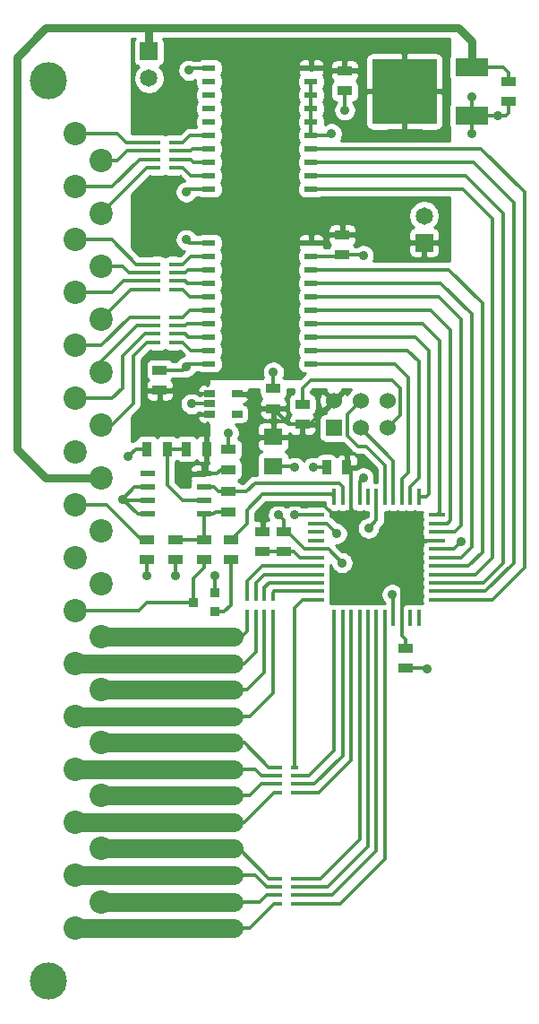
<source format=gtl>
G04 #@! TF.GenerationSoftware,KiCad,Pcbnew,(5.1.5)-3*
G04 #@! TF.CreationDate,2021-08-30T19:43:02+02:00*
G04 #@! TF.ProjectId,gbm12,67626d31-322e-46b6-9963-61645f706362,0430 -*
G04 #@! TF.SameCoordinates,Original*
G04 #@! TF.FileFunction,Copper,L1,Top*
G04 #@! TF.FilePolarity,Positive*
%FSLAX46Y46*%
G04 Gerber Fmt 4.6, Leading zero omitted, Abs format (unit mm)*
G04 Created by KiCad (PCBNEW (5.1.5)-3) date 2021-08-30 19:43:02*
%MOMM*%
%LPD*%
G04 APERTURE LIST*
%ADD10R,1.397000X0.889000*%
%ADD11R,0.889000X1.397000*%
%ADD12R,1.651000X1.651000*%
%ADD13C,1.651000*%
%ADD14R,1.524000X1.524000*%
%ADD15C,1.524000*%
%ADD16R,1.524000X0.406400*%
%ADD17R,0.406400X1.524000*%
%ADD18R,3.048000X1.651000*%
%ADD19R,6.096000X6.096000*%
%ADD20R,1.270000X0.508000*%
%ADD21R,1.399540X0.599440*%
%ADD22C,3.500120*%
%ADD23C,2.199640*%
%ADD24R,1.000000X0.660000*%
%ADD25R,1.803400X1.600200*%
%ADD26R,0.762000X0.431800*%
%ADD27R,0.431800X0.762000*%
%ADD28R,0.914400X0.914400*%
%ADD29C,0.889000*%
%ADD30C,1.778000*%
%ADD31C,0.304800*%
%ADD32C,0.762000*%
%ADD33C,1.778000*%
%ADD34C,0.254000*%
G04 APERTURE END LIST*
D10*
X118500000Y-57547500D03*
X118500000Y-59452500D03*
X97250000Y-101952500D03*
X97250000Y-100047500D03*
X96250000Y-88452500D03*
X96250000Y-86547500D03*
X108750000Y-111047500D03*
X108750000Y-112952500D03*
D11*
X103202500Y-94000000D03*
X101297500Y-94000000D03*
D12*
X84500000Y-54730000D03*
D13*
X84500000Y-57270000D03*
D14*
X101960000Y-90270000D03*
D15*
X101960000Y-87730000D03*
X104500000Y-90270000D03*
X104500000Y-87730000D03*
X107040000Y-90270000D03*
X107040000Y-87730000D03*
D10*
X95250000Y-100047500D03*
X95250000Y-101952500D03*
X92250000Y-102702500D03*
X92250000Y-100797500D03*
X89750000Y-102702500D03*
X89750000Y-100797500D03*
X87000000Y-100797500D03*
X87000000Y-102702500D03*
X99000000Y-89952500D03*
X99000000Y-88047500D03*
D16*
X100285000Y-102500000D03*
X100285000Y-103300100D03*
X100285000Y-104100200D03*
X100285000Y-104900300D03*
X100285000Y-105700400D03*
X100285000Y-106500500D03*
X100285000Y-101699900D03*
X100285000Y-100899800D03*
X100285000Y-100099700D03*
X100285000Y-99299600D03*
X100285000Y-98499500D03*
X111715000Y-102500000D03*
X111715000Y-103300100D03*
X111715000Y-104100200D03*
X111715000Y-104900300D03*
X111715000Y-105700400D03*
X111715000Y-106500500D03*
X111715000Y-101699900D03*
X111715000Y-100899800D03*
X111715000Y-100099700D03*
X111715000Y-99299600D03*
X111715000Y-98499500D03*
D17*
X106000000Y-108215000D03*
X106000000Y-96785000D03*
X106800100Y-108215000D03*
X106800100Y-96785000D03*
X107600200Y-96785000D03*
X107600200Y-108215000D03*
X108400300Y-108215000D03*
X108400300Y-96785000D03*
X109200400Y-96785000D03*
X109200400Y-108215000D03*
X110000500Y-108215000D03*
X110000500Y-96785000D03*
X105199900Y-96785000D03*
X105199900Y-108215000D03*
X104399800Y-108215000D03*
X104399800Y-96785000D03*
X103599700Y-96785000D03*
X103599700Y-108215000D03*
X102799600Y-108215000D03*
X102799600Y-96785000D03*
X101999500Y-96785000D03*
X101999500Y-108215000D03*
D18*
X115000000Y-60786000D03*
D19*
X108650000Y-58500000D03*
D18*
X115000000Y-56214000D03*
D20*
X99826000Y-67715000D03*
X99826000Y-66445000D03*
X99826000Y-65175000D03*
X99826000Y-63905000D03*
X99826000Y-62635000D03*
X99826000Y-61365000D03*
X99826000Y-60095000D03*
X99826000Y-58825000D03*
X99826000Y-57555000D03*
X99826000Y-56285000D03*
X90174000Y-56285000D03*
X90174000Y-57555000D03*
X90174000Y-58825000D03*
X90174000Y-60095000D03*
X90174000Y-61365000D03*
X90174000Y-62635000D03*
X90174000Y-63905000D03*
X90174000Y-65175000D03*
X90174000Y-66445000D03*
X90174000Y-67715000D03*
X99826000Y-84215000D03*
X99826000Y-82945000D03*
X99826000Y-81675000D03*
X99826000Y-80405000D03*
X99826000Y-79135000D03*
X99826000Y-77865000D03*
X99826000Y-76595000D03*
X99826000Y-75325000D03*
X99826000Y-74055000D03*
X99826000Y-72785000D03*
X90174000Y-72785000D03*
X90174000Y-74055000D03*
X90174000Y-75325000D03*
X90174000Y-76595000D03*
X90174000Y-77865000D03*
X90174000Y-79135000D03*
X90174000Y-80405000D03*
X90174000Y-81675000D03*
X90174000Y-82945000D03*
X90174000Y-84215000D03*
D11*
X86202500Y-92250000D03*
X84297500Y-92250000D03*
X89952500Y-92250000D03*
X88047500Y-92250000D03*
D10*
X92000000Y-96297500D03*
X92000000Y-98202500D03*
D21*
X89667000Y-94595000D03*
X84333000Y-94595000D03*
X89667000Y-95865000D03*
X89667000Y-97135000D03*
X89667000Y-98405000D03*
X84333000Y-95865000D03*
X84333000Y-97135000D03*
X84333000Y-98405000D03*
D10*
X92000000Y-94202500D03*
X92000000Y-92297500D03*
X103000000Y-56547500D03*
X103000000Y-58452500D03*
X102750000Y-72047500D03*
X102750000Y-73952500D03*
X85500000Y-86702500D03*
X85500000Y-84797500D03*
D12*
X110500000Y-72770000D03*
D13*
X110500000Y-70230000D03*
D10*
X84250000Y-102702500D03*
X84250000Y-100797500D03*
D22*
X74998740Y-142501820D03*
D23*
X77500640Y-62499440D03*
X77498100Y-102499360D03*
X77498100Y-107500620D03*
X77498100Y-117500600D03*
X77498100Y-112499340D03*
X77498100Y-132499300D03*
X77498100Y-137500560D03*
X77498100Y-127500580D03*
X77498100Y-122499320D03*
X77498100Y-82499400D03*
X77498100Y-87500660D03*
X77498100Y-97500640D03*
X77498100Y-92499380D03*
X77498100Y-72499420D03*
X77498100Y-77500680D03*
X77498100Y-67500700D03*
X80000000Y-65001340D03*
X80000000Y-75001320D03*
X80000000Y-70000060D03*
X80000000Y-90000020D03*
X80000000Y-95001280D03*
X80000000Y-85001300D03*
X80000000Y-80000040D03*
X80000000Y-119999960D03*
X80000000Y-125001220D03*
X80000000Y-135001200D03*
X80000000Y-129999940D03*
X80000000Y-109999980D03*
X80000000Y-115001240D03*
X80000000Y-105001260D03*
X80000000Y-100000000D03*
D22*
X74998740Y-57500720D03*
D24*
X90200000Y-88950000D03*
X90200000Y-87050000D03*
X92800000Y-87050000D03*
X92800000Y-88950000D03*
X90200000Y-88000000D03*
D25*
X96250000Y-91103000D03*
X96250000Y-93897000D03*
D26*
X86762000Y-81398780D03*
X85238000Y-81398780D03*
X86762000Y-80601220D03*
X85238000Y-80601220D03*
X86762000Y-82198880D03*
X86762000Y-79801120D03*
X85238000Y-79801120D03*
X85238000Y-82198880D03*
D27*
X94601220Y-107762000D03*
X94601220Y-106238000D03*
X95398780Y-107762000D03*
X95398780Y-106238000D03*
X93801120Y-107762000D03*
X96198880Y-107762000D03*
X96198880Y-106238000D03*
X93801120Y-106238000D03*
D26*
X96738000Y-123101220D03*
X98262000Y-123101220D03*
X96738000Y-123898780D03*
X98262000Y-123898780D03*
X96738000Y-122301120D03*
X96738000Y-124698880D03*
X98262000Y-124698880D03*
X98262000Y-122301120D03*
X96738000Y-133601220D03*
X98262000Y-133601220D03*
X96738000Y-134398780D03*
X98262000Y-134398780D03*
X96738000Y-132801120D03*
X96738000Y-135198880D03*
X98262000Y-135198880D03*
X98262000Y-132801120D03*
X86762000Y-76398780D03*
X85238000Y-76398780D03*
X86762000Y-75601220D03*
X85238000Y-75601220D03*
X86762000Y-77198880D03*
X86762000Y-74801120D03*
X85238000Y-74801120D03*
X85238000Y-77198880D03*
X86762000Y-64898780D03*
X85238000Y-64898780D03*
X86762000Y-64101220D03*
X85238000Y-64101220D03*
X86762000Y-65698880D03*
X86762000Y-63301120D03*
X85238000Y-63301120D03*
X85238000Y-65698880D03*
D28*
X90766000Y-105861000D03*
X90766000Y-107639000D03*
X88734000Y-106750000D03*
D29*
X96250000Y-85000000D03*
X88000000Y-84500000D03*
X101750000Y-62500000D03*
X117500000Y-60750000D03*
X115000000Y-62500000D03*
X115000000Y-59000000D03*
X110750000Y-113000000D03*
X100000000Y-94000000D03*
X98250000Y-94000000D03*
X102750000Y-103000000D03*
X96750000Y-98500000D03*
X87000000Y-104250000D03*
X90750000Y-104250000D03*
X92000000Y-90750000D03*
X103000000Y-60250000D03*
X88250000Y-56500000D03*
X104750000Y-74000000D03*
X104750000Y-95000000D03*
X88500000Y-88000000D03*
X88000000Y-72500000D03*
X88000000Y-68000000D03*
X82500000Y-93000000D03*
X82000000Y-97000000D03*
X114000000Y-101000000D03*
X107500000Y-106000000D03*
X95250000Y-98250000D03*
X94000000Y-94250000D03*
D30*
X92500000Y-137500000D03*
X92500000Y-135000000D03*
X92500000Y-132500000D03*
X92500000Y-130000000D03*
X92500000Y-127500000D03*
X92500000Y-125000000D03*
X92500000Y-122500000D03*
X92500000Y-120000000D03*
X92500000Y-117500000D03*
X92500000Y-115000000D03*
X92500000Y-112500000D03*
X92500000Y-110000000D03*
D29*
X98250000Y-98500000D03*
X102250000Y-100250000D03*
X105250000Y-99750000D03*
X84250000Y-104250000D03*
D31*
X118500000Y-57547500D02*
X118500000Y-56750000D01*
X117964000Y-56214000D02*
X115000000Y-56214000D01*
X118500000Y-56750000D02*
X117964000Y-56214000D01*
D32*
X84500000Y-54730000D02*
X84500000Y-52500000D01*
X80000000Y-95001280D02*
X74751280Y-95001280D01*
X115000000Y-53750000D02*
X115000000Y-56214000D01*
X113750000Y-52500000D02*
X115000000Y-53750000D01*
X74750000Y-52500000D02*
X84500000Y-52500000D01*
X84500000Y-52500000D02*
X113750000Y-52500000D01*
X72000000Y-55250000D02*
X74750000Y-52500000D01*
X72000000Y-92250000D02*
X72000000Y-55250000D01*
X74751280Y-95001280D02*
X72000000Y-92250000D01*
D31*
X96250000Y-86547500D02*
X96250000Y-85000000D01*
X85500000Y-84797500D02*
X87702500Y-84797500D01*
X88285000Y-84215000D02*
X90174000Y-84215000D01*
X88285000Y-84215000D02*
X88000000Y-84500000D01*
X87702500Y-84797500D02*
X88000000Y-84500000D01*
X99826000Y-62635000D02*
X101615000Y-62635000D01*
X101615000Y-62635000D02*
X101750000Y-62500000D01*
X99826000Y-57555000D02*
X99826000Y-58825000D01*
X99826000Y-58825000D02*
X99826000Y-60095000D01*
X99826000Y-60095000D02*
X99826000Y-61365000D01*
X99826000Y-61365000D02*
X99826000Y-62635000D01*
X118500000Y-59452500D02*
X118500000Y-60500000D01*
X117464000Y-60786000D02*
X117500000Y-60750000D01*
X117464000Y-60786000D02*
X115000000Y-60786000D01*
X118250000Y-60750000D02*
X117500000Y-60750000D01*
X118500000Y-60500000D02*
X118250000Y-60750000D01*
X115000000Y-60786000D02*
X115000000Y-62500000D01*
X115000000Y-60786000D02*
X115000000Y-59000000D01*
X108750000Y-112952500D02*
X110702500Y-112952500D01*
X110702500Y-112952500D02*
X110750000Y-113000000D01*
X101297500Y-94000000D02*
X100000000Y-94000000D01*
X96250000Y-93897000D02*
X98147000Y-93897000D01*
X98147000Y-93897000D02*
X98250000Y-94000000D01*
X100285000Y-101699900D02*
X101449900Y-101699900D01*
X101449900Y-101699900D02*
X102750000Y-103000000D01*
X97250000Y-100047500D02*
X97250000Y-99000000D01*
X97250000Y-99000000D02*
X96750000Y-98500000D01*
X87000000Y-102702500D02*
X87000000Y-104250000D01*
X90766000Y-105861000D02*
X90766000Y-104266000D01*
X90766000Y-104266000D02*
X90750000Y-104250000D01*
X92000000Y-92297500D02*
X92000000Y-90750000D01*
X103000000Y-58452500D02*
X103000000Y-60250000D01*
X90174000Y-56285000D02*
X88465000Y-56285000D01*
X88465000Y-56285000D02*
X88250000Y-56500000D01*
X99826000Y-74055000D02*
X102647500Y-74055000D01*
X102647500Y-74055000D02*
X102750000Y-73952500D01*
X102750000Y-73952500D02*
X104702500Y-73952500D01*
X104702500Y-73952500D02*
X104750000Y-74000000D01*
X104399800Y-96785000D02*
X104399800Y-95350200D01*
X104399800Y-95350200D02*
X104750000Y-95000000D01*
X90200000Y-88000000D02*
X88500000Y-88000000D01*
X90174000Y-72785000D02*
X88285000Y-72785000D01*
X88285000Y-72785000D02*
X88000000Y-72500000D01*
X90174000Y-67715000D02*
X88285000Y-67715000D01*
X88285000Y-67715000D02*
X88000000Y-68000000D01*
X84297500Y-92250000D02*
X83250000Y-92250000D01*
X83250000Y-92250000D02*
X82500000Y-93000000D01*
X84333000Y-98405000D02*
X83405000Y-98405000D01*
X83405000Y-98405000D02*
X82000000Y-97000000D01*
X84333000Y-95865000D02*
X83135000Y-95865000D01*
X82135000Y-97135000D02*
X82000000Y-97000000D01*
X82135000Y-97135000D02*
X84333000Y-97135000D01*
X83135000Y-95865000D02*
X82000000Y-97000000D01*
X111715000Y-101699900D02*
X113300100Y-101699900D01*
X113300100Y-101699900D02*
X114000000Y-101000000D01*
X100285000Y-101699900D02*
X99199900Y-101699900D01*
X99199900Y-101699900D02*
X97547500Y-100047500D01*
X97547500Y-100047500D02*
X97250000Y-100047500D01*
X107600200Y-108215000D02*
X107600200Y-106100200D01*
X107600200Y-106100200D02*
X107500000Y-106000000D01*
X100285000Y-102500000D02*
X98750000Y-102500000D01*
X98202500Y-101952500D02*
X97250000Y-101952500D01*
X98750000Y-102500000D02*
X98202500Y-101952500D01*
X97250000Y-101952500D02*
X95250000Y-101952500D01*
X108400300Y-108215000D02*
X108400300Y-109900300D01*
X108750000Y-110250000D02*
X108750000Y-111047500D01*
X108400300Y-109900300D02*
X108750000Y-110250000D01*
X94000000Y-94250000D02*
X94000000Y-92250000D01*
X95147000Y-91103000D02*
X96250000Y-91103000D01*
X94000000Y-92250000D02*
X95147000Y-91103000D01*
X99000000Y-89952500D02*
X99737500Y-89952500D01*
X99737500Y-89952500D02*
X101960000Y-87730000D01*
X99000000Y-89952500D02*
X97750000Y-89952500D01*
X97750000Y-89952500D02*
X96250000Y-88452500D01*
X96250000Y-88452500D02*
X96250000Y-91103000D01*
X92800000Y-87050000D02*
X93550000Y-87050000D01*
X93550000Y-87050000D02*
X94952500Y-88452500D01*
X94952500Y-88452500D02*
X96250000Y-88452500D01*
X103599700Y-96785000D02*
X103599700Y-94397200D01*
X103599700Y-94397200D02*
X103202500Y-94000000D01*
X103202500Y-94000000D02*
X103202500Y-92952500D01*
X103202500Y-92952500D02*
X102500000Y-92250000D01*
X102500000Y-92250000D02*
X99750000Y-92250000D01*
X99750000Y-92250000D02*
X99000000Y-91500000D01*
X99000000Y-91500000D02*
X99000000Y-89952500D01*
X95250000Y-98250000D02*
X95250000Y-100047500D01*
X98849500Y-90103000D02*
X99587000Y-90103000D01*
X95250000Y-100047500D02*
X95250000Y-98250000D01*
X103500000Y-100000000D02*
X103599700Y-100000000D01*
X95250000Y-98250000D02*
X96000000Y-97500000D01*
X96000000Y-97500000D02*
X101000000Y-97500000D01*
X101000000Y-97500000D02*
X103599700Y-100099700D01*
X103599700Y-100099700D02*
X103500000Y-100000000D01*
X103599700Y-96785000D02*
X103599700Y-100000000D01*
X103599700Y-100000000D02*
X103599700Y-100599700D01*
X104599700Y-101599700D02*
X108400300Y-101599700D01*
X103599700Y-100599700D02*
X104599700Y-101599700D01*
X108400300Y-108215000D02*
X108400300Y-101599700D01*
X109100200Y-100899800D02*
X111715000Y-100899800D01*
X108400300Y-101599700D02*
X109100200Y-100899800D01*
X96738000Y-135198880D02*
X96301120Y-135198880D01*
X94000000Y-137500000D02*
X92500000Y-137500000D01*
X96301120Y-135198880D02*
X94000000Y-137500000D01*
D33*
X77498100Y-137500560D02*
X92499440Y-137500560D01*
X92499440Y-137500560D02*
X92500000Y-137500000D01*
D31*
X96738000Y-134398780D02*
X95601220Y-134398780D01*
X95000000Y-135000000D02*
X92500000Y-135000000D01*
X95601220Y-134398780D02*
X95000000Y-135000000D01*
D33*
X80000000Y-135001200D02*
X92498800Y-135001200D01*
X92498800Y-135001200D02*
X92500000Y-135000000D01*
D31*
X96738000Y-133601220D02*
X95601220Y-133601220D01*
X94500000Y-132500000D02*
X92500000Y-132500000D01*
X95601220Y-133601220D02*
X94500000Y-132500000D01*
D33*
X77498100Y-132499300D02*
X92499300Y-132499300D01*
X92499300Y-132499300D02*
X92500000Y-132500000D01*
D31*
X96738000Y-132801120D02*
X95801120Y-132801120D01*
X93000000Y-130000000D02*
X92500000Y-130000000D01*
X95801120Y-132801120D02*
X93000000Y-130000000D01*
D33*
X80000000Y-129999940D02*
X92499940Y-129999940D01*
X92499940Y-129999940D02*
X92500000Y-130000000D01*
D31*
X96738000Y-124698880D02*
X96301120Y-124698880D01*
X93500000Y-127500000D02*
X92500000Y-127500000D01*
X96301120Y-124698880D02*
X93500000Y-127500000D01*
D33*
X77498100Y-127500580D02*
X92499420Y-127500580D01*
X92499420Y-127500580D02*
X92500000Y-127500000D01*
D31*
X96738000Y-123898780D02*
X95101220Y-123898780D01*
X94000000Y-125000000D02*
X92500000Y-125000000D01*
X95101220Y-123898780D02*
X94000000Y-125000000D01*
D33*
X80000000Y-125001220D02*
X92498780Y-125001220D01*
X92498780Y-125001220D02*
X92500000Y-125000000D01*
D31*
X96738000Y-123101220D02*
X95101220Y-123101220D01*
X94500000Y-122500000D02*
X92500000Y-122500000D01*
X95101220Y-123101220D02*
X94500000Y-122500000D01*
D33*
X77498100Y-122499320D02*
X92499320Y-122499320D01*
X92499320Y-122499320D02*
X92500000Y-122500000D01*
D31*
X96738000Y-122301120D02*
X95801120Y-122301120D01*
X93499960Y-119999960D02*
X92499960Y-119999960D01*
X95801120Y-122301120D02*
X93499960Y-119999960D01*
D33*
X80000000Y-119999960D02*
X92499960Y-119999960D01*
X92499960Y-119999960D02*
X92500000Y-120000000D01*
D31*
X92500000Y-117500000D02*
X94000000Y-117500000D01*
X96198880Y-115301120D02*
X96198880Y-107762000D01*
X94000000Y-117500000D02*
X96198880Y-115301120D01*
D33*
X77498100Y-117500600D02*
X92499400Y-117500600D01*
X92499400Y-117500600D02*
X92500000Y-117500000D01*
D31*
X92500000Y-115000000D02*
X93750000Y-115000000D01*
X95398780Y-113351220D02*
X95398780Y-107762000D01*
X93750000Y-115000000D02*
X95398780Y-113351220D01*
D33*
X80000000Y-115001240D02*
X92498760Y-115001240D01*
X92498760Y-115001240D02*
X92500000Y-115000000D01*
D31*
X92500000Y-112500000D02*
X93500000Y-112500000D01*
X94601220Y-111398780D02*
X94601220Y-107762000D01*
X93500000Y-112500000D02*
X94601220Y-111398780D01*
D33*
X77498100Y-112499340D02*
X92499340Y-112499340D01*
X92499340Y-112499340D02*
X92500000Y-112500000D01*
D31*
X92499980Y-109999980D02*
X93250020Y-109999980D01*
X93801120Y-109448880D02*
X93801120Y-107762000D01*
X93250020Y-109999980D02*
X93801120Y-109448880D01*
D33*
X80000000Y-109999980D02*
X92499980Y-109999980D01*
X92499980Y-109999980D02*
X92500000Y-110000000D01*
D31*
X77498100Y-87500660D02*
X80999340Y-87500660D01*
X84101220Y-81398780D02*
X85238000Y-81398780D01*
X82000000Y-83500000D02*
X84101220Y-81398780D01*
X82000000Y-86500000D02*
X82000000Y-83500000D01*
X80999340Y-87500660D02*
X82000000Y-86500000D01*
X77498100Y-72499420D02*
X80999420Y-72499420D01*
X83301120Y-74801120D02*
X85238000Y-74801120D01*
X80999420Y-72499420D02*
X83301120Y-74801120D01*
X77498100Y-77500680D02*
X80999320Y-77500680D01*
X82101220Y-76398780D02*
X85238000Y-76398780D01*
X80999320Y-77500680D02*
X82101220Y-76398780D01*
X77498100Y-67500700D02*
X80999300Y-67500700D01*
X83601220Y-64898780D02*
X85238000Y-64898780D01*
X80999300Y-67500700D02*
X83601220Y-64898780D01*
X80000000Y-65001340D02*
X81498660Y-65001340D01*
X82398780Y-64101220D02*
X85238000Y-64101220D01*
X81498660Y-65001340D02*
X82398780Y-64101220D01*
X80000000Y-75001320D02*
X82001320Y-75001320D01*
X82601220Y-75601220D02*
X85238000Y-75601220D01*
X82001320Y-75001320D02*
X82601220Y-75601220D01*
X80000000Y-90000020D02*
X80999980Y-90000020D01*
X80999980Y-90000020D02*
X83000000Y-88000000D01*
X83000000Y-88000000D02*
X83000000Y-83500000D01*
X83000000Y-83500000D02*
X84301120Y-82198880D01*
X84301120Y-82198880D02*
X85238000Y-82198880D01*
X80000000Y-80000040D02*
X82801160Y-77198880D01*
X82801160Y-77198880D02*
X85238000Y-77198880D01*
X100285000Y-98499500D02*
X98250500Y-98499500D01*
X98250500Y-98499500D02*
X98250000Y-98500000D01*
X107600200Y-96785000D02*
X107600200Y-93370200D01*
X107600200Y-93370200D02*
X104500000Y-90270000D01*
X106800100Y-96785000D02*
X106800100Y-93800100D01*
X103250000Y-88980000D02*
X104500000Y-87730000D01*
X103250000Y-91000000D02*
X103250000Y-88980000D01*
X104250000Y-92000000D02*
X103250000Y-91000000D01*
X105000000Y-92000000D02*
X104250000Y-92000000D01*
X106800100Y-93800100D02*
X105000000Y-92000000D01*
X100285000Y-99299600D02*
X101299600Y-99299600D01*
X101299600Y-99299600D02*
X102250000Y-100250000D01*
X107040000Y-90270000D02*
X108250000Y-89060000D01*
X99000000Y-86500000D02*
X99000000Y-88047500D01*
X99750000Y-85750000D02*
X99000000Y-86500000D01*
X107500000Y-85750000D02*
X99750000Y-85750000D01*
X108250000Y-86500000D02*
X107500000Y-85750000D01*
X108250000Y-89060000D02*
X108250000Y-86500000D01*
X107040000Y-90270000D02*
X107020000Y-90270000D01*
X90766000Y-107639000D02*
X91611000Y-107639000D01*
X92250000Y-107000000D02*
X92250000Y-102702500D01*
X91611000Y-107639000D02*
X92250000Y-107000000D01*
X102799600Y-96785000D02*
X102799600Y-95799600D01*
X94500000Y-95500000D02*
X93702500Y-96297500D01*
X102500000Y-95500000D02*
X94500000Y-95500000D01*
X102799600Y-95799600D02*
X102500000Y-95500000D01*
X93702500Y-96297500D02*
X92000000Y-96297500D01*
X92000000Y-96297500D02*
X93702500Y-96297500D01*
X89667000Y-95865000D02*
X90615000Y-95865000D01*
X91047500Y-96297500D02*
X92000000Y-96297500D01*
X90615000Y-95865000D02*
X91047500Y-96297500D01*
X86762000Y-64898780D02*
X88398780Y-64898780D01*
X88675000Y-65175000D02*
X90174000Y-65175000D01*
X88398780Y-64898780D02*
X88675000Y-65175000D01*
X86762000Y-64101220D02*
X88398780Y-64101220D01*
X88595000Y-63905000D02*
X90174000Y-63905000D01*
X88398780Y-64101220D02*
X88595000Y-63905000D01*
X86762000Y-65698880D02*
X87698880Y-65698880D01*
X88445000Y-66445000D02*
X90174000Y-66445000D01*
X87698880Y-65698880D02*
X88445000Y-66445000D01*
X86762000Y-63301120D02*
X87698880Y-63301120D01*
X88365000Y-62635000D02*
X90174000Y-62635000D01*
X87698880Y-63301120D02*
X88365000Y-62635000D01*
X86762000Y-76398780D02*
X87898780Y-76398780D01*
X88095000Y-76595000D02*
X90174000Y-76595000D01*
X87898780Y-76398780D02*
X88095000Y-76595000D01*
X86762000Y-75601220D02*
X87898780Y-75601220D01*
X88175000Y-75325000D02*
X90174000Y-75325000D01*
X87898780Y-75601220D02*
X88175000Y-75325000D01*
X86762000Y-77198880D02*
X87698880Y-77198880D01*
X88365000Y-77865000D02*
X90174000Y-77865000D01*
X87698880Y-77198880D02*
X88365000Y-77865000D01*
X86762000Y-74801120D02*
X87698880Y-74801120D01*
X88445000Y-74055000D02*
X90174000Y-74055000D01*
X87698880Y-74801120D02*
X88445000Y-74055000D01*
X92250000Y-100797500D02*
X93750000Y-99297500D01*
X101714500Y-96500000D02*
X101999500Y-96785000D01*
X95250000Y-96500000D02*
X101714500Y-96500000D01*
X93750000Y-98000000D02*
X95250000Y-96500000D01*
X93750000Y-99297500D02*
X93750000Y-98000000D01*
X101999500Y-96499500D02*
X101999500Y-96785000D01*
X98262000Y-133601220D02*
X101398780Y-133601220D01*
X105199900Y-129800100D02*
X105199900Y-108215000D01*
X101398780Y-133601220D02*
X105199900Y-129800100D01*
X98262000Y-134398780D02*
X101851220Y-134398780D01*
X106000000Y-130250000D02*
X106000000Y-108215000D01*
X101851220Y-134398780D02*
X106000000Y-130250000D01*
X98262000Y-135198880D02*
X102551120Y-135198880D01*
X106800100Y-130949900D02*
X106800100Y-108215000D01*
X102551120Y-135198880D02*
X106800100Y-130949900D01*
X98262000Y-132801120D02*
X100698880Y-132801120D01*
X104399800Y-129100200D02*
X104399800Y-108215000D01*
X100698880Y-132801120D02*
X104399800Y-129100200D01*
X98262000Y-123101220D02*
X99648780Y-123101220D01*
X101999500Y-120750500D02*
X101999500Y-108215000D01*
X99648780Y-123101220D02*
X101999500Y-120750500D01*
X98262000Y-123898780D02*
X100101220Y-123898780D01*
X102799600Y-121200400D02*
X102799600Y-108215000D01*
X100101220Y-123898780D02*
X102799600Y-121200400D01*
X98262000Y-124698880D02*
X100551120Y-124698880D01*
X103599700Y-121650300D02*
X103599700Y-108215000D01*
X100551120Y-124698880D02*
X103599700Y-121650300D01*
X98262000Y-122301120D02*
X98262000Y-107238000D01*
X98999500Y-106500500D02*
X100285000Y-106500500D01*
X98262000Y-107238000D02*
X98999500Y-106500500D01*
X95398780Y-106238000D02*
X95398780Y-105351220D01*
X95849700Y-104900300D02*
X100285000Y-104900300D01*
X95398780Y-105351220D02*
X95849700Y-104900300D01*
X94601220Y-106238000D02*
X94601220Y-104898780D01*
X95399800Y-104100200D02*
X100285000Y-104100200D01*
X94601220Y-104898780D02*
X95399800Y-104100200D01*
X93801120Y-106238000D02*
X93801120Y-104698880D01*
X95199900Y-103300100D02*
X100285000Y-103300100D01*
X93801120Y-104698880D02*
X95199900Y-103300100D01*
X100285000Y-105700400D02*
X96299600Y-105700400D01*
X96198880Y-105801120D02*
X96198880Y-106238000D01*
X96299600Y-105700400D02*
X96198880Y-105801120D01*
X77500640Y-62499440D02*
X81499440Y-62499440D01*
X82301120Y-63301120D02*
X85238000Y-63301120D01*
X81499440Y-62499440D02*
X82301120Y-63301120D01*
X77498100Y-82499400D02*
X80000600Y-82499400D01*
X82698880Y-79801120D02*
X85238000Y-79801120D01*
X80000600Y-82499400D02*
X82698880Y-79801120D01*
X80000000Y-70000060D02*
X80000000Y-70000000D01*
X80000000Y-70000000D02*
X84301120Y-65698880D01*
X84301120Y-65698880D02*
X85238000Y-65698880D01*
X80000000Y-85001300D02*
X80000000Y-84000000D01*
X80000000Y-84000000D02*
X83398780Y-80601220D01*
X83398780Y-80601220D02*
X85238000Y-80601220D01*
X111715000Y-102500000D02*
X114000000Y-102500000D01*
X112095000Y-76595000D02*
X99826000Y-76595000D01*
X115000000Y-79500000D02*
X112095000Y-76595000D01*
X115000000Y-101500000D02*
X115000000Y-79500000D01*
X114000000Y-102500000D02*
X115000000Y-101500000D01*
X111715000Y-103300100D02*
X114699900Y-103300100D01*
X112825000Y-75325000D02*
X99826000Y-75325000D01*
X116000000Y-78500000D02*
X112825000Y-75325000D01*
X116000000Y-102000000D02*
X116000000Y-78500000D01*
X114699900Y-103300100D02*
X116000000Y-102000000D01*
X111715000Y-104100200D02*
X115399800Y-104100200D01*
X114215000Y-67715000D02*
X99826000Y-67715000D01*
X117000000Y-70500000D02*
X114215000Y-67715000D01*
X117000000Y-102500000D02*
X117000000Y-70500000D01*
X115399800Y-104100200D02*
X117000000Y-102500000D01*
X111715000Y-104900300D02*
X116099700Y-104900300D01*
X114445000Y-66445000D02*
X99826000Y-66445000D01*
X118000000Y-70000000D02*
X114445000Y-66445000D01*
X118000000Y-103000000D02*
X118000000Y-70000000D01*
X116099700Y-104900300D02*
X118000000Y-103000000D01*
X111715000Y-105700400D02*
X116299600Y-105700400D01*
X115175000Y-65175000D02*
X99826000Y-65175000D01*
X119000000Y-69000000D02*
X115175000Y-65175000D01*
X119000000Y-103000000D02*
X119000000Y-69000000D01*
X116299600Y-105700400D02*
X119000000Y-103000000D01*
X111715000Y-106500500D02*
X116999500Y-106500500D01*
X115905000Y-63905000D02*
X99826000Y-63905000D01*
X120000000Y-68000000D02*
X115905000Y-63905000D01*
X120000000Y-103500000D02*
X120000000Y-68000000D01*
X116999500Y-106500500D02*
X120000000Y-103500000D01*
X111715000Y-100099700D02*
X113400300Y-100099700D01*
X111865000Y-77865000D02*
X99826000Y-77865000D01*
X114000000Y-80000000D02*
X111865000Y-77865000D01*
X114000000Y-99500000D02*
X114000000Y-80000000D01*
X113400300Y-100099700D02*
X114000000Y-99500000D01*
X111715000Y-99299600D02*
X112700400Y-99299600D01*
X111135000Y-79135000D02*
X99826000Y-79135000D01*
X113000000Y-81000000D02*
X111135000Y-79135000D01*
X113000000Y-99000000D02*
X113000000Y-81000000D01*
X112700400Y-99299600D02*
X113000000Y-99000000D01*
X111715000Y-98499500D02*
X112000000Y-98214500D01*
X110405000Y-80405000D02*
X99826000Y-80405000D01*
X112000000Y-82000000D02*
X110405000Y-80405000D01*
X112000000Y-83500000D02*
X112000000Y-82000000D01*
X112000000Y-98214500D02*
X112000000Y-83500000D01*
X109675000Y-81675000D02*
X99826000Y-81675000D01*
X111000000Y-83000000D02*
X109675000Y-81675000D01*
X111000000Y-96500000D02*
X111000000Y-83000000D01*
X110715000Y-96785000D02*
X111000000Y-96500000D01*
X110000500Y-96785000D02*
X110715000Y-96785000D01*
X90200000Y-88950000D02*
X89300000Y-88950000D01*
X89300000Y-87050000D02*
X90200000Y-87050000D01*
X88750000Y-86500000D02*
X89300000Y-87050000D01*
X87750000Y-86500000D02*
X88750000Y-86500000D01*
X87000000Y-87250000D02*
X87750000Y-86500000D01*
X87000000Y-88750000D02*
X87000000Y-87250000D01*
X87750000Y-89500000D02*
X87000000Y-88750000D01*
X88750000Y-89500000D02*
X87750000Y-89500000D01*
X89300000Y-88950000D02*
X88750000Y-89500000D01*
X89667000Y-94595000D02*
X90905000Y-94595000D01*
X91297500Y-94202500D02*
X92000000Y-94202500D01*
X90905000Y-94595000D02*
X91297500Y-94202500D01*
X89667000Y-94595000D02*
X89952500Y-94309500D01*
X89952500Y-94309500D02*
X89952500Y-92250000D01*
X86762000Y-82198880D02*
X87698880Y-82198880D01*
X88445000Y-82945000D02*
X90174000Y-82945000D01*
X87698880Y-82198880D02*
X88445000Y-82945000D01*
X86762000Y-81398780D02*
X87898780Y-81398780D01*
X88175000Y-81675000D02*
X90174000Y-81675000D01*
X87898780Y-81398780D02*
X88175000Y-81675000D01*
X86762000Y-80601220D02*
X87898780Y-80601220D01*
X88095000Y-80405000D02*
X90174000Y-80405000D01*
X87898780Y-80601220D02*
X88095000Y-80405000D01*
X86762000Y-79801120D02*
X87698880Y-79801120D01*
X88365000Y-79135000D02*
X90174000Y-79135000D01*
X87698880Y-79801120D02*
X88365000Y-79135000D01*
X87000000Y-100797500D02*
X89750000Y-100797500D01*
X89750000Y-100797500D02*
X89667000Y-100714500D01*
X89667000Y-100714500D02*
X89667000Y-98405000D01*
X92000000Y-98202500D02*
X90797500Y-98202500D01*
X90595000Y-98405000D02*
X89667000Y-98405000D01*
X90797500Y-98202500D02*
X90595000Y-98405000D01*
X89667000Y-97135000D02*
X87635000Y-97135000D01*
X86202500Y-95702500D02*
X86202500Y-92250000D01*
X87635000Y-97135000D02*
X86202500Y-95702500D01*
X86202500Y-92250000D02*
X88047500Y-92250000D01*
X108400300Y-96785000D02*
X108400300Y-95099700D01*
X107715000Y-84215000D02*
X99826000Y-84215000D01*
X109000000Y-85500000D02*
X107715000Y-84215000D01*
X109000000Y-94500000D02*
X109000000Y-85500000D01*
X108400300Y-95099700D02*
X109000000Y-94500000D01*
X109200400Y-96785000D02*
X109200400Y-95799600D01*
X108945000Y-82945000D02*
X99826000Y-82945000D01*
X110000000Y-84000000D02*
X108945000Y-82945000D01*
X110000000Y-95000000D02*
X110000000Y-84000000D01*
X109200400Y-95799600D02*
X110000000Y-95000000D01*
X77498100Y-97500640D02*
X80500640Y-97500640D01*
X80500640Y-97500640D02*
X83797500Y-100797500D01*
X83797500Y-100797500D02*
X84250000Y-100797500D01*
X84250000Y-102702500D02*
X84250000Y-104250000D01*
X106000000Y-99000000D02*
X106000000Y-96785000D01*
X105250000Y-99750000D02*
X106000000Y-99000000D01*
X77498100Y-107500620D02*
X83499380Y-107500620D01*
X84250000Y-106750000D02*
X88734000Y-106750000D01*
X83499380Y-107500620D02*
X84250000Y-106750000D01*
X88734000Y-106750000D02*
X88734000Y-104516000D01*
X88734000Y-104516000D02*
X89750000Y-103500000D01*
X89750000Y-103500000D02*
X89750000Y-102702500D01*
D34*
G36*
X103607098Y-97791180D02*
G01*
X103666063Y-97901494D01*
X103675900Y-97913480D01*
X103675900Y-98023250D01*
X103834650Y-98182000D01*
X103936570Y-98170914D01*
X103999540Y-98150796D01*
X104072118Y-98172812D01*
X104196600Y-98185072D01*
X104603000Y-98185072D01*
X104727482Y-98172812D01*
X104799850Y-98150859D01*
X104872218Y-98172812D01*
X104996700Y-98185072D01*
X105212600Y-98185072D01*
X105212600Y-98670500D01*
X105143679Y-98670500D01*
X104935122Y-98711985D01*
X104738665Y-98793360D01*
X104561859Y-98911498D01*
X104411498Y-99061859D01*
X104293360Y-99238665D01*
X104211985Y-99435122D01*
X104170500Y-99643679D01*
X104170500Y-99856321D01*
X104211985Y-100064878D01*
X104293360Y-100261335D01*
X104411498Y-100438141D01*
X104561859Y-100588502D01*
X104738665Y-100706640D01*
X104935122Y-100788015D01*
X105143679Y-100829500D01*
X105356321Y-100829500D01*
X105564878Y-100788015D01*
X105761335Y-100706640D01*
X105938141Y-100588502D01*
X106088502Y-100438141D01*
X106206640Y-100261335D01*
X106288015Y-100064878D01*
X106329500Y-99856321D01*
X106329500Y-99784051D01*
X106529434Y-99584118D01*
X106559469Y-99559469D01*
X106584122Y-99529430D01*
X106643859Y-99456640D01*
X106657866Y-99439572D01*
X106730982Y-99302783D01*
X106776006Y-99154357D01*
X106787400Y-99038673D01*
X106787400Y-99038664D01*
X106791208Y-99000001D01*
X106787400Y-98961338D01*
X106787400Y-98185072D01*
X107003300Y-98185072D01*
X107127782Y-98172812D01*
X107200150Y-98150859D01*
X107272518Y-98172812D01*
X107397000Y-98185072D01*
X107803400Y-98185072D01*
X107927882Y-98172812D01*
X108000250Y-98150859D01*
X108072618Y-98172812D01*
X108197100Y-98185072D01*
X108603500Y-98185072D01*
X108727982Y-98172812D01*
X108800350Y-98150859D01*
X108872718Y-98172812D01*
X108997200Y-98185072D01*
X109403600Y-98185072D01*
X109528082Y-98172812D01*
X109600450Y-98150859D01*
X109672818Y-98172812D01*
X109797300Y-98185072D01*
X110203700Y-98185072D01*
X110327079Y-98172921D01*
X110314928Y-98296300D01*
X110314928Y-98702700D01*
X110327188Y-98827182D01*
X110349141Y-98899550D01*
X110327188Y-98971918D01*
X110314928Y-99096400D01*
X110314928Y-99502800D01*
X110327188Y-99627282D01*
X110349141Y-99699650D01*
X110327188Y-99772018D01*
X110314928Y-99896500D01*
X110314928Y-100302900D01*
X110327188Y-100427382D01*
X110349204Y-100499960D01*
X110329086Y-100562930D01*
X110318000Y-100664850D01*
X110476750Y-100823600D01*
X110586520Y-100823600D01*
X110598506Y-100833437D01*
X110708820Y-100892402D01*
X110733208Y-100899800D01*
X110708820Y-100907198D01*
X110598506Y-100966163D01*
X110586520Y-100976000D01*
X110476750Y-100976000D01*
X110318000Y-101134750D01*
X110329086Y-101236670D01*
X110349204Y-101299640D01*
X110327188Y-101372218D01*
X110314928Y-101496700D01*
X110314928Y-101903100D01*
X110327188Y-102027582D01*
X110349141Y-102099950D01*
X110327188Y-102172318D01*
X110314928Y-102296800D01*
X110314928Y-102703200D01*
X110327188Y-102827682D01*
X110349141Y-102900050D01*
X110327188Y-102972418D01*
X110314928Y-103096900D01*
X110314928Y-103503300D01*
X110327188Y-103627782D01*
X110349141Y-103700150D01*
X110327188Y-103772518D01*
X110314928Y-103897000D01*
X110314928Y-104303400D01*
X110327188Y-104427882D01*
X110349141Y-104500250D01*
X110327188Y-104572618D01*
X110314928Y-104697100D01*
X110314928Y-105103500D01*
X110327188Y-105227982D01*
X110349141Y-105300350D01*
X110327188Y-105372718D01*
X110314928Y-105497200D01*
X110314928Y-105903600D01*
X110327188Y-106028082D01*
X110349141Y-106100450D01*
X110327188Y-106172818D01*
X110314928Y-106297300D01*
X110314928Y-106703700D01*
X110327079Y-106827079D01*
X110203700Y-106814928D01*
X109797300Y-106814928D01*
X109672818Y-106827188D01*
X109600450Y-106849141D01*
X109528082Y-106827188D01*
X109403600Y-106814928D01*
X108997200Y-106814928D01*
X108872718Y-106827188D01*
X108800140Y-106849204D01*
X108737170Y-106829086D01*
X108635250Y-106818000D01*
X108476500Y-106976750D01*
X108476500Y-107086520D01*
X108466663Y-107098506D01*
X108407698Y-107208820D01*
X108400300Y-107233208D01*
X108392902Y-107208820D01*
X108387600Y-107198901D01*
X108387600Y-106614661D01*
X108456640Y-106511335D01*
X108538015Y-106314878D01*
X108579500Y-106106321D01*
X108579500Y-105893679D01*
X108538015Y-105685122D01*
X108456640Y-105488665D01*
X108338502Y-105311859D01*
X108188141Y-105161498D01*
X108011335Y-105043360D01*
X107814878Y-104961985D01*
X107606321Y-104920500D01*
X107393679Y-104920500D01*
X107185122Y-104961985D01*
X106988665Y-105043360D01*
X106811859Y-105161498D01*
X106661498Y-105311859D01*
X106543360Y-105488665D01*
X106461985Y-105685122D01*
X106420500Y-105893679D01*
X106420500Y-106106321D01*
X106461985Y-106314878D01*
X106543360Y-106511335D01*
X106661498Y-106688141D01*
X106788285Y-106814928D01*
X106596900Y-106814928D01*
X106472418Y-106827188D01*
X106400050Y-106849141D01*
X106327682Y-106827188D01*
X106203200Y-106814928D01*
X105796800Y-106814928D01*
X105672318Y-106827188D01*
X105599950Y-106849141D01*
X105527582Y-106827188D01*
X105403100Y-106814928D01*
X104996700Y-106814928D01*
X104872218Y-106827188D01*
X104799850Y-106849141D01*
X104727482Y-106827188D01*
X104603000Y-106814928D01*
X104196600Y-106814928D01*
X104072118Y-106827188D01*
X103999750Y-106849141D01*
X103927382Y-106827188D01*
X103802900Y-106814928D01*
X103396500Y-106814928D01*
X103272018Y-106827188D01*
X103199650Y-106849141D01*
X103127282Y-106827188D01*
X103002800Y-106814928D01*
X102596400Y-106814928D01*
X102471918Y-106827188D01*
X102399550Y-106849141D01*
X102327182Y-106827188D01*
X102202700Y-106814928D01*
X101796300Y-106814928D01*
X101672921Y-106827079D01*
X101685072Y-106703700D01*
X101685072Y-106297300D01*
X101672812Y-106172818D01*
X101650859Y-106100450D01*
X101672812Y-106028082D01*
X101685072Y-105903600D01*
X101685072Y-105497200D01*
X101672812Y-105372718D01*
X101650859Y-105300350D01*
X101672812Y-105227982D01*
X101685072Y-105103500D01*
X101685072Y-104697100D01*
X101672812Y-104572618D01*
X101650859Y-104500250D01*
X101672812Y-104427882D01*
X101685072Y-104303400D01*
X101685072Y-103897000D01*
X101672812Y-103772518D01*
X101650859Y-103700150D01*
X101672812Y-103627782D01*
X101685072Y-103503300D01*
X101685072Y-103179579D01*
X101711985Y-103314878D01*
X101793360Y-103511335D01*
X101911498Y-103688141D01*
X102061859Y-103838502D01*
X102238665Y-103956640D01*
X102435122Y-104038015D01*
X102643679Y-104079500D01*
X102856321Y-104079500D01*
X103064878Y-104038015D01*
X103261335Y-103956640D01*
X103438141Y-103838502D01*
X103588502Y-103688141D01*
X103706640Y-103511335D01*
X103788015Y-103314878D01*
X103829500Y-103106321D01*
X103829500Y-102893679D01*
X103788015Y-102685122D01*
X103706640Y-102488665D01*
X103588502Y-102311859D01*
X103438141Y-102161498D01*
X103261335Y-102043360D01*
X103064878Y-101961985D01*
X102856321Y-101920500D01*
X102784051Y-101920500D01*
X102193050Y-101329500D01*
X102356321Y-101329500D01*
X102564878Y-101288015D01*
X102761335Y-101206640D01*
X102938141Y-101088502D01*
X103088502Y-100938141D01*
X103206640Y-100761335D01*
X103288015Y-100564878D01*
X103329500Y-100356321D01*
X103329500Y-100143679D01*
X103288015Y-99935122D01*
X103206640Y-99738665D01*
X103088502Y-99561859D01*
X102938141Y-99411498D01*
X102761335Y-99293360D01*
X102564878Y-99211985D01*
X102356321Y-99170500D01*
X102284051Y-99170500D01*
X101883727Y-98770177D01*
X101859069Y-98740131D01*
X101739172Y-98641734D01*
X101685072Y-98612817D01*
X101685072Y-98296300D01*
X101672921Y-98172921D01*
X101796300Y-98185072D01*
X102202700Y-98185072D01*
X102327182Y-98172812D01*
X102399550Y-98150859D01*
X102471918Y-98172812D01*
X102596400Y-98185072D01*
X103002800Y-98185072D01*
X103127282Y-98172812D01*
X103199860Y-98150796D01*
X103262830Y-98170914D01*
X103364750Y-98182000D01*
X103523500Y-98023250D01*
X103523500Y-97913480D01*
X103533337Y-97901494D01*
X103592302Y-97791180D01*
X103599700Y-97766792D01*
X103607098Y-97791180D01*
G37*
X103607098Y-97791180D02*
X103666063Y-97901494D01*
X103675900Y-97913480D01*
X103675900Y-98023250D01*
X103834650Y-98182000D01*
X103936570Y-98170914D01*
X103999540Y-98150796D01*
X104072118Y-98172812D01*
X104196600Y-98185072D01*
X104603000Y-98185072D01*
X104727482Y-98172812D01*
X104799850Y-98150859D01*
X104872218Y-98172812D01*
X104996700Y-98185072D01*
X105212600Y-98185072D01*
X105212600Y-98670500D01*
X105143679Y-98670500D01*
X104935122Y-98711985D01*
X104738665Y-98793360D01*
X104561859Y-98911498D01*
X104411498Y-99061859D01*
X104293360Y-99238665D01*
X104211985Y-99435122D01*
X104170500Y-99643679D01*
X104170500Y-99856321D01*
X104211985Y-100064878D01*
X104293360Y-100261335D01*
X104411498Y-100438141D01*
X104561859Y-100588502D01*
X104738665Y-100706640D01*
X104935122Y-100788015D01*
X105143679Y-100829500D01*
X105356321Y-100829500D01*
X105564878Y-100788015D01*
X105761335Y-100706640D01*
X105938141Y-100588502D01*
X106088502Y-100438141D01*
X106206640Y-100261335D01*
X106288015Y-100064878D01*
X106329500Y-99856321D01*
X106329500Y-99784051D01*
X106529434Y-99584118D01*
X106559469Y-99559469D01*
X106584122Y-99529430D01*
X106643859Y-99456640D01*
X106657866Y-99439572D01*
X106730982Y-99302783D01*
X106776006Y-99154357D01*
X106787400Y-99038673D01*
X106787400Y-99038664D01*
X106791208Y-99000001D01*
X106787400Y-98961338D01*
X106787400Y-98185072D01*
X107003300Y-98185072D01*
X107127782Y-98172812D01*
X107200150Y-98150859D01*
X107272518Y-98172812D01*
X107397000Y-98185072D01*
X107803400Y-98185072D01*
X107927882Y-98172812D01*
X108000250Y-98150859D01*
X108072618Y-98172812D01*
X108197100Y-98185072D01*
X108603500Y-98185072D01*
X108727982Y-98172812D01*
X108800350Y-98150859D01*
X108872718Y-98172812D01*
X108997200Y-98185072D01*
X109403600Y-98185072D01*
X109528082Y-98172812D01*
X109600450Y-98150859D01*
X109672818Y-98172812D01*
X109797300Y-98185072D01*
X110203700Y-98185072D01*
X110327079Y-98172921D01*
X110314928Y-98296300D01*
X110314928Y-98702700D01*
X110327188Y-98827182D01*
X110349141Y-98899550D01*
X110327188Y-98971918D01*
X110314928Y-99096400D01*
X110314928Y-99502800D01*
X110327188Y-99627282D01*
X110349141Y-99699650D01*
X110327188Y-99772018D01*
X110314928Y-99896500D01*
X110314928Y-100302900D01*
X110327188Y-100427382D01*
X110349204Y-100499960D01*
X110329086Y-100562930D01*
X110318000Y-100664850D01*
X110476750Y-100823600D01*
X110586520Y-100823600D01*
X110598506Y-100833437D01*
X110708820Y-100892402D01*
X110733208Y-100899800D01*
X110708820Y-100907198D01*
X110598506Y-100966163D01*
X110586520Y-100976000D01*
X110476750Y-100976000D01*
X110318000Y-101134750D01*
X110329086Y-101236670D01*
X110349204Y-101299640D01*
X110327188Y-101372218D01*
X110314928Y-101496700D01*
X110314928Y-101903100D01*
X110327188Y-102027582D01*
X110349141Y-102099950D01*
X110327188Y-102172318D01*
X110314928Y-102296800D01*
X110314928Y-102703200D01*
X110327188Y-102827682D01*
X110349141Y-102900050D01*
X110327188Y-102972418D01*
X110314928Y-103096900D01*
X110314928Y-103503300D01*
X110327188Y-103627782D01*
X110349141Y-103700150D01*
X110327188Y-103772518D01*
X110314928Y-103897000D01*
X110314928Y-104303400D01*
X110327188Y-104427882D01*
X110349141Y-104500250D01*
X110327188Y-104572618D01*
X110314928Y-104697100D01*
X110314928Y-105103500D01*
X110327188Y-105227982D01*
X110349141Y-105300350D01*
X110327188Y-105372718D01*
X110314928Y-105497200D01*
X110314928Y-105903600D01*
X110327188Y-106028082D01*
X110349141Y-106100450D01*
X110327188Y-106172818D01*
X110314928Y-106297300D01*
X110314928Y-106703700D01*
X110327079Y-106827079D01*
X110203700Y-106814928D01*
X109797300Y-106814928D01*
X109672818Y-106827188D01*
X109600450Y-106849141D01*
X109528082Y-106827188D01*
X109403600Y-106814928D01*
X108997200Y-106814928D01*
X108872718Y-106827188D01*
X108800140Y-106849204D01*
X108737170Y-106829086D01*
X108635250Y-106818000D01*
X108476500Y-106976750D01*
X108476500Y-107086520D01*
X108466663Y-107098506D01*
X108407698Y-107208820D01*
X108400300Y-107233208D01*
X108392902Y-107208820D01*
X108387600Y-107198901D01*
X108387600Y-106614661D01*
X108456640Y-106511335D01*
X108538015Y-106314878D01*
X108579500Y-106106321D01*
X108579500Y-105893679D01*
X108538015Y-105685122D01*
X108456640Y-105488665D01*
X108338502Y-105311859D01*
X108188141Y-105161498D01*
X108011335Y-105043360D01*
X107814878Y-104961985D01*
X107606321Y-104920500D01*
X107393679Y-104920500D01*
X107185122Y-104961985D01*
X106988665Y-105043360D01*
X106811859Y-105161498D01*
X106661498Y-105311859D01*
X106543360Y-105488665D01*
X106461985Y-105685122D01*
X106420500Y-105893679D01*
X106420500Y-106106321D01*
X106461985Y-106314878D01*
X106543360Y-106511335D01*
X106661498Y-106688141D01*
X106788285Y-106814928D01*
X106596900Y-106814928D01*
X106472418Y-106827188D01*
X106400050Y-106849141D01*
X106327682Y-106827188D01*
X106203200Y-106814928D01*
X105796800Y-106814928D01*
X105672318Y-106827188D01*
X105599950Y-106849141D01*
X105527582Y-106827188D01*
X105403100Y-106814928D01*
X104996700Y-106814928D01*
X104872218Y-106827188D01*
X104799850Y-106849141D01*
X104727482Y-106827188D01*
X104603000Y-106814928D01*
X104196600Y-106814928D01*
X104072118Y-106827188D01*
X103999750Y-106849141D01*
X103927382Y-106827188D01*
X103802900Y-106814928D01*
X103396500Y-106814928D01*
X103272018Y-106827188D01*
X103199650Y-106849141D01*
X103127282Y-106827188D01*
X103002800Y-106814928D01*
X102596400Y-106814928D01*
X102471918Y-106827188D01*
X102399550Y-106849141D01*
X102327182Y-106827188D01*
X102202700Y-106814928D01*
X101796300Y-106814928D01*
X101672921Y-106827079D01*
X101685072Y-106703700D01*
X101685072Y-106297300D01*
X101672812Y-106172818D01*
X101650859Y-106100450D01*
X101672812Y-106028082D01*
X101685072Y-105903600D01*
X101685072Y-105497200D01*
X101672812Y-105372718D01*
X101650859Y-105300350D01*
X101672812Y-105227982D01*
X101685072Y-105103500D01*
X101685072Y-104697100D01*
X101672812Y-104572618D01*
X101650859Y-104500250D01*
X101672812Y-104427882D01*
X101685072Y-104303400D01*
X101685072Y-103897000D01*
X101672812Y-103772518D01*
X101650859Y-103700150D01*
X101672812Y-103627782D01*
X101685072Y-103503300D01*
X101685072Y-103179579D01*
X101711985Y-103314878D01*
X101793360Y-103511335D01*
X101911498Y-103688141D01*
X102061859Y-103838502D01*
X102238665Y-103956640D01*
X102435122Y-104038015D01*
X102643679Y-104079500D01*
X102856321Y-104079500D01*
X103064878Y-104038015D01*
X103261335Y-103956640D01*
X103438141Y-103838502D01*
X103588502Y-103688141D01*
X103706640Y-103511335D01*
X103788015Y-103314878D01*
X103829500Y-103106321D01*
X103829500Y-102893679D01*
X103788015Y-102685122D01*
X103706640Y-102488665D01*
X103588502Y-102311859D01*
X103438141Y-102161498D01*
X103261335Y-102043360D01*
X103064878Y-101961985D01*
X102856321Y-101920500D01*
X102784051Y-101920500D01*
X102193050Y-101329500D01*
X102356321Y-101329500D01*
X102564878Y-101288015D01*
X102761335Y-101206640D01*
X102938141Y-101088502D01*
X103088502Y-100938141D01*
X103206640Y-100761335D01*
X103288015Y-100564878D01*
X103329500Y-100356321D01*
X103329500Y-100143679D01*
X103288015Y-99935122D01*
X103206640Y-99738665D01*
X103088502Y-99561859D01*
X102938141Y-99411498D01*
X102761335Y-99293360D01*
X102564878Y-99211985D01*
X102356321Y-99170500D01*
X102284051Y-99170500D01*
X101883727Y-98770177D01*
X101859069Y-98740131D01*
X101739172Y-98641734D01*
X101685072Y-98612817D01*
X101685072Y-98296300D01*
X101672921Y-98172921D01*
X101796300Y-98185072D01*
X102202700Y-98185072D01*
X102327182Y-98172812D01*
X102399550Y-98150859D01*
X102471918Y-98172812D01*
X102596400Y-98185072D01*
X103002800Y-98185072D01*
X103127282Y-98172812D01*
X103199860Y-98150796D01*
X103262830Y-98170914D01*
X103364750Y-98182000D01*
X103523500Y-98023250D01*
X103523500Y-97913480D01*
X103533337Y-97901494D01*
X103592302Y-97791180D01*
X103599700Y-97766792D01*
X103607098Y-97791180D01*
G36*
X101158228Y-97547000D02*
G01*
X101170379Y-97670379D01*
X101047000Y-97658228D01*
X99523000Y-97658228D01*
X99398518Y-97670488D01*
X99278820Y-97706798D01*
X99268901Y-97712100D01*
X98988743Y-97712100D01*
X98938141Y-97661498D01*
X98761335Y-97543360D01*
X98564878Y-97461985D01*
X98356321Y-97420500D01*
X98143679Y-97420500D01*
X97935122Y-97461985D01*
X97738665Y-97543360D01*
X97561859Y-97661498D01*
X97500000Y-97723357D01*
X97438141Y-97661498D01*
X97261335Y-97543360D01*
X97064878Y-97461985D01*
X96856321Y-97420500D01*
X96643679Y-97420500D01*
X96435122Y-97461985D01*
X96238665Y-97543360D01*
X96061859Y-97661498D01*
X95911498Y-97811859D01*
X95793360Y-97988665D01*
X95711985Y-98185122D01*
X95670500Y-98393679D01*
X95670500Y-98606321D01*
X95711985Y-98814878D01*
X95774674Y-98966222D01*
X95535750Y-98968000D01*
X95377000Y-99126750D01*
X95377000Y-99920500D01*
X95397000Y-99920500D01*
X95397000Y-100174500D01*
X95377000Y-100174500D01*
X95377000Y-100194500D01*
X95123000Y-100194500D01*
X95123000Y-100174500D01*
X95103000Y-100174500D01*
X95103000Y-99920500D01*
X95123000Y-99920500D01*
X95123000Y-99126750D01*
X94964250Y-98968000D01*
X94551500Y-98964928D01*
X94537400Y-98966317D01*
X94537400Y-98326150D01*
X95576152Y-97287400D01*
X101158228Y-97287400D01*
X101158228Y-97547000D01*
G37*
X101158228Y-97547000D02*
X101170379Y-97670379D01*
X101047000Y-97658228D01*
X99523000Y-97658228D01*
X99398518Y-97670488D01*
X99278820Y-97706798D01*
X99268901Y-97712100D01*
X98988743Y-97712100D01*
X98938141Y-97661498D01*
X98761335Y-97543360D01*
X98564878Y-97461985D01*
X98356321Y-97420500D01*
X98143679Y-97420500D01*
X97935122Y-97461985D01*
X97738665Y-97543360D01*
X97561859Y-97661498D01*
X97500000Y-97723357D01*
X97438141Y-97661498D01*
X97261335Y-97543360D01*
X97064878Y-97461985D01*
X96856321Y-97420500D01*
X96643679Y-97420500D01*
X96435122Y-97461985D01*
X96238665Y-97543360D01*
X96061859Y-97661498D01*
X95911498Y-97811859D01*
X95793360Y-97988665D01*
X95711985Y-98185122D01*
X95670500Y-98393679D01*
X95670500Y-98606321D01*
X95711985Y-98814878D01*
X95774674Y-98966222D01*
X95535750Y-98968000D01*
X95377000Y-99126750D01*
X95377000Y-99920500D01*
X95397000Y-99920500D01*
X95397000Y-100174500D01*
X95377000Y-100174500D01*
X95377000Y-100194500D01*
X95123000Y-100194500D01*
X95123000Y-100174500D01*
X95103000Y-100174500D01*
X95103000Y-99920500D01*
X95123000Y-99920500D01*
X95123000Y-99126750D01*
X94964250Y-98968000D01*
X94551500Y-98964928D01*
X94537400Y-98966317D01*
X94537400Y-98326150D01*
X95576152Y-97287400D01*
X101158228Y-97287400D01*
X101158228Y-97547000D01*
G36*
X94913428Y-86992000D02*
G01*
X94925688Y-87116482D01*
X94961998Y-87236180D01*
X95020963Y-87346494D01*
X95100315Y-87443185D01*
X95169544Y-87500000D01*
X95100315Y-87556815D01*
X95020963Y-87653506D01*
X94961998Y-87763820D01*
X94925688Y-87883518D01*
X94913428Y-88008000D01*
X94916500Y-88166750D01*
X95075250Y-88325500D01*
X96123000Y-88325500D01*
X96123000Y-88305500D01*
X96377000Y-88305500D01*
X96377000Y-88325500D01*
X97424750Y-88325500D01*
X97583500Y-88166750D01*
X97586572Y-88008000D01*
X97574312Y-87883518D01*
X97538002Y-87763820D01*
X97479037Y-87653506D01*
X97399685Y-87556815D01*
X97330456Y-87500000D01*
X97399685Y-87443185D01*
X97479037Y-87346494D01*
X97538002Y-87236180D01*
X97574312Y-87116482D01*
X97586572Y-86992000D01*
X97586572Y-86627000D01*
X98212600Y-86627000D01*
X98212600Y-86973684D01*
X98177018Y-86977188D01*
X98057320Y-87013498D01*
X97947006Y-87072463D01*
X97850315Y-87151815D01*
X97770963Y-87248506D01*
X97711998Y-87358820D01*
X97675688Y-87478518D01*
X97663428Y-87603000D01*
X97663428Y-88492000D01*
X97675688Y-88616482D01*
X97711998Y-88736180D01*
X97770963Y-88846494D01*
X97850315Y-88943185D01*
X97919544Y-89000000D01*
X97850315Y-89056815D01*
X97770963Y-89153506D01*
X97711998Y-89263820D01*
X97675688Y-89383518D01*
X97663428Y-89508000D01*
X97666500Y-89666750D01*
X97825248Y-89825498D01*
X97666500Y-89825498D01*
X97666500Y-89929230D01*
X97602885Y-89851715D01*
X97506194Y-89772363D01*
X97395880Y-89713398D01*
X97276182Y-89677088D01*
X97151700Y-89664828D01*
X96535750Y-89667900D01*
X96377000Y-89826650D01*
X96377000Y-90976000D01*
X97627950Y-90976000D01*
X97786700Y-90817250D01*
X97786976Y-90771006D01*
X97850315Y-90848185D01*
X97947006Y-90927537D01*
X98057320Y-90986502D01*
X98177018Y-91022812D01*
X98301500Y-91035072D01*
X98714250Y-91032000D01*
X98873000Y-90873250D01*
X98873000Y-90079500D01*
X99127000Y-90079500D01*
X99127000Y-90873250D01*
X99285750Y-91032000D01*
X99698500Y-91035072D01*
X99822982Y-91022812D01*
X99942680Y-90986502D01*
X100052994Y-90927537D01*
X100149685Y-90848185D01*
X100229037Y-90751494D01*
X100288002Y-90641180D01*
X100324312Y-90521482D01*
X100336572Y-90397000D01*
X100333500Y-90238250D01*
X100174750Y-90079500D01*
X99127000Y-90079500D01*
X98873000Y-90079500D01*
X98853000Y-90079500D01*
X98853000Y-89825500D01*
X98873000Y-89825500D01*
X98873000Y-89805500D01*
X99127000Y-89805500D01*
X99127000Y-89825500D01*
X100174750Y-89825500D01*
X100333500Y-89666750D01*
X100336572Y-89508000D01*
X100324312Y-89383518D01*
X100288002Y-89263820D01*
X100229037Y-89153506D01*
X100149685Y-89056815D01*
X100080456Y-89000000D01*
X100149685Y-88943185D01*
X100229037Y-88846494D01*
X100288002Y-88736180D01*
X100324312Y-88616482D01*
X100336572Y-88492000D01*
X100336572Y-87802017D01*
X100558090Y-87802017D01*
X100599078Y-88074133D01*
X100692364Y-88333023D01*
X100754344Y-88448980D01*
X100994435Y-88515960D01*
X101780395Y-87730000D01*
X100994435Y-86944040D01*
X100754344Y-87011020D01*
X100637244Y-87260048D01*
X100570977Y-87527135D01*
X100558090Y-87802017D01*
X100336572Y-87802017D01*
X100336572Y-87603000D01*
X100324312Y-87478518D01*
X100288002Y-87358820D01*
X100229037Y-87248506D01*
X100149685Y-87151815D01*
X100052994Y-87072463D01*
X99942680Y-87013498D01*
X99822982Y-86977188D01*
X99787400Y-86973684D01*
X99787400Y-86826151D01*
X99986551Y-86627000D01*
X101212381Y-86627000D01*
X101174040Y-86764435D01*
X101960000Y-87550395D01*
X102745960Y-86764435D01*
X102707619Y-86627000D01*
X103636224Y-86627000D01*
X103609465Y-86644880D01*
X103414880Y-86839465D01*
X103261995Y-87068273D01*
X103232308Y-87139943D01*
X103227636Y-87126977D01*
X103165656Y-87011020D01*
X102925565Y-86944040D01*
X102139605Y-87730000D01*
X102153748Y-87744143D01*
X101974143Y-87923748D01*
X101960000Y-87909605D01*
X101174040Y-88695565D01*
X101222683Y-88869928D01*
X101198000Y-88869928D01*
X101073518Y-88882188D01*
X100953820Y-88918498D01*
X100843506Y-88977463D01*
X100746815Y-89056815D01*
X100667463Y-89153506D01*
X100608498Y-89263820D01*
X100572188Y-89383518D01*
X100559928Y-89508000D01*
X100559928Y-91032000D01*
X100572188Y-91156482D01*
X100608498Y-91276180D01*
X100667463Y-91386494D01*
X100746815Y-91483185D01*
X100843506Y-91562537D01*
X100953820Y-91621502D01*
X101073518Y-91657812D01*
X101198000Y-91670072D01*
X102722000Y-91670072D01*
X102798944Y-91662494D01*
X103665881Y-92529433D01*
X103690531Y-92559469D01*
X103720567Y-92584119D01*
X103720570Y-92584122D01*
X103787705Y-92639218D01*
X103810428Y-92657866D01*
X103947217Y-92730982D01*
X104095643Y-92776006D01*
X104211327Y-92787400D01*
X104211335Y-92787400D01*
X104250000Y-92791208D01*
X104288665Y-92787400D01*
X104673850Y-92787400D01*
X106012701Y-94126252D01*
X106012700Y-95384928D01*
X105796800Y-95384928D01*
X105757392Y-95388809D01*
X105788015Y-95314878D01*
X105829500Y-95106321D01*
X105829500Y-94893679D01*
X105788015Y-94685122D01*
X105706640Y-94488665D01*
X105588502Y-94311859D01*
X105438141Y-94161498D01*
X105261335Y-94043360D01*
X105064878Y-93961985D01*
X104856321Y-93920500D01*
X104643679Y-93920500D01*
X104435122Y-93961985D01*
X104238665Y-94043360D01*
X104113489Y-94127000D01*
X103329500Y-94127000D01*
X103329500Y-94147000D01*
X103075500Y-94147000D01*
X103075500Y-94127000D01*
X103055500Y-94127000D01*
X103055500Y-93873000D01*
X103075500Y-93873000D01*
X103075500Y-92825250D01*
X103329500Y-92825250D01*
X103329500Y-93873000D01*
X104123250Y-93873000D01*
X104282000Y-93714250D01*
X104285072Y-93301500D01*
X104272812Y-93177018D01*
X104236502Y-93057320D01*
X104177537Y-92947006D01*
X104098185Y-92850315D01*
X104001494Y-92770963D01*
X103891180Y-92711998D01*
X103771482Y-92675688D01*
X103647000Y-92663428D01*
X103488250Y-92666500D01*
X103329500Y-92825250D01*
X103075500Y-92825250D01*
X102916750Y-92666500D01*
X102758000Y-92663428D01*
X102633518Y-92675688D01*
X102513820Y-92711998D01*
X102403506Y-92770963D01*
X102306815Y-92850315D01*
X102250000Y-92919544D01*
X102193185Y-92850315D01*
X102096494Y-92770963D01*
X101986180Y-92711998D01*
X101866482Y-92675688D01*
X101742000Y-92663428D01*
X100853000Y-92663428D01*
X100728518Y-92675688D01*
X100608820Y-92711998D01*
X100498506Y-92770963D01*
X100401815Y-92850315D01*
X100322463Y-92947006D01*
X100314497Y-92961909D01*
X100106321Y-92920500D01*
X99893679Y-92920500D01*
X99685122Y-92961985D01*
X99488665Y-93043360D01*
X99311859Y-93161498D01*
X99161498Y-93311859D01*
X99125000Y-93366482D01*
X99088502Y-93311859D01*
X98938141Y-93161498D01*
X98761335Y-93043360D01*
X98564878Y-92961985D01*
X98356321Y-92920500D01*
X98143679Y-92920500D01*
X97935122Y-92961985D01*
X97782702Y-93025119D01*
X97777512Y-92972418D01*
X97741202Y-92852720D01*
X97682237Y-92742406D01*
X97602885Y-92645715D01*
X97506194Y-92566363D01*
X97395880Y-92507398D01*
X97371492Y-92500000D01*
X97395880Y-92492602D01*
X97506194Y-92433637D01*
X97602885Y-92354285D01*
X97682237Y-92257594D01*
X97741202Y-92147280D01*
X97777512Y-92027582D01*
X97789772Y-91903100D01*
X97786700Y-91388750D01*
X97627950Y-91230000D01*
X96377000Y-91230000D01*
X96377000Y-91250000D01*
X96123000Y-91250000D01*
X96123000Y-91230000D01*
X94872050Y-91230000D01*
X94713300Y-91388750D01*
X94710228Y-91903100D01*
X94722488Y-92027582D01*
X94758798Y-92147280D01*
X94817763Y-92257594D01*
X94897115Y-92354285D01*
X94993806Y-92433637D01*
X95104120Y-92492602D01*
X95128508Y-92500000D01*
X95104120Y-92507398D01*
X94993806Y-92566363D01*
X94897115Y-92645715D01*
X94817763Y-92742406D01*
X94758798Y-92852720D01*
X94722488Y-92972418D01*
X94710228Y-93096900D01*
X94710228Y-94697100D01*
X94711755Y-94712600D01*
X94538662Y-94712600D01*
X94499999Y-94708792D01*
X94461336Y-94712600D01*
X94461327Y-94712600D01*
X94345643Y-94723994D01*
X94197217Y-94769018D01*
X94060428Y-94842134D01*
X94060426Y-94842135D01*
X94060427Y-94842135D01*
X93970569Y-94915879D01*
X93970567Y-94915881D01*
X93940531Y-94940531D01*
X93915881Y-94970567D01*
X93376349Y-95510100D01*
X93235234Y-95510100D01*
X93229037Y-95498506D01*
X93149685Y-95401815D01*
X93052994Y-95322463D01*
X92942680Y-95263498D01*
X92898183Y-95250000D01*
X92942680Y-95236502D01*
X93052994Y-95177537D01*
X93149685Y-95098185D01*
X93229037Y-95001494D01*
X93288002Y-94891180D01*
X93324312Y-94771482D01*
X93336572Y-94647000D01*
X93336572Y-93758000D01*
X93324312Y-93633518D01*
X93288002Y-93513820D01*
X93229037Y-93403506D01*
X93149685Y-93306815D01*
X93080456Y-93250000D01*
X93149685Y-93193185D01*
X93229037Y-93096494D01*
X93288002Y-92986180D01*
X93324312Y-92866482D01*
X93336572Y-92742000D01*
X93336572Y-91853000D01*
X93324312Y-91728518D01*
X93288002Y-91608820D01*
X93229037Y-91498506D01*
X93149685Y-91401815D01*
X93052994Y-91322463D01*
X92951901Y-91268427D01*
X92956640Y-91261335D01*
X93038015Y-91064878D01*
X93079500Y-90856321D01*
X93079500Y-90643679D01*
X93038015Y-90435122D01*
X92983247Y-90302900D01*
X94710228Y-90302900D01*
X94713300Y-90817250D01*
X94872050Y-90976000D01*
X96123000Y-90976000D01*
X96123000Y-89826650D01*
X95964250Y-89667900D01*
X95348300Y-89664828D01*
X95223818Y-89677088D01*
X95104120Y-89713398D01*
X94993806Y-89772363D01*
X94897115Y-89851715D01*
X94817763Y-89948406D01*
X94758798Y-90058720D01*
X94722488Y-90178418D01*
X94710228Y-90302900D01*
X92983247Y-90302900D01*
X92956640Y-90238665D01*
X92838502Y-90061859D01*
X92694715Y-89918072D01*
X93300000Y-89918072D01*
X93424482Y-89905812D01*
X93544180Y-89869502D01*
X93654494Y-89810537D01*
X93751185Y-89731185D01*
X93830537Y-89634494D01*
X93889502Y-89524180D01*
X93925812Y-89404482D01*
X93938072Y-89280000D01*
X93938072Y-88897000D01*
X94913428Y-88897000D01*
X94925688Y-89021482D01*
X94961998Y-89141180D01*
X95020963Y-89251494D01*
X95100315Y-89348185D01*
X95197006Y-89427537D01*
X95307320Y-89486502D01*
X95427018Y-89522812D01*
X95551500Y-89535072D01*
X95964250Y-89532000D01*
X96123000Y-89373250D01*
X96123000Y-88579500D01*
X96377000Y-88579500D01*
X96377000Y-89373250D01*
X96535750Y-89532000D01*
X96948500Y-89535072D01*
X97072982Y-89522812D01*
X97192680Y-89486502D01*
X97302994Y-89427537D01*
X97399685Y-89348185D01*
X97479037Y-89251494D01*
X97538002Y-89141180D01*
X97574312Y-89021482D01*
X97586572Y-88897000D01*
X97583500Y-88738250D01*
X97424750Y-88579500D01*
X96377000Y-88579500D01*
X96123000Y-88579500D01*
X95075250Y-88579500D01*
X94916500Y-88738250D01*
X94913428Y-88897000D01*
X93938072Y-88897000D01*
X93938072Y-88620000D01*
X93925812Y-88495518D01*
X93889502Y-88375820D01*
X93830537Y-88265506D01*
X93751185Y-88168815D01*
X93654494Y-88089463D01*
X93544180Y-88030498D01*
X93443642Y-88000000D01*
X93544180Y-87969502D01*
X93654494Y-87910537D01*
X93751185Y-87831185D01*
X93830537Y-87734494D01*
X93889502Y-87624180D01*
X93925812Y-87504482D01*
X93938072Y-87380000D01*
X93935000Y-87335750D01*
X93776250Y-87177000D01*
X92927000Y-87177000D01*
X92927000Y-87197000D01*
X92673000Y-87197000D01*
X92673000Y-87177000D01*
X92653000Y-87177000D01*
X92653000Y-86923000D01*
X92673000Y-86923000D01*
X92673000Y-86903000D01*
X92927000Y-86903000D01*
X92927000Y-86923000D01*
X93776250Y-86923000D01*
X93935000Y-86764250D01*
X93938072Y-86720000D01*
X93928913Y-86627000D01*
X94913428Y-86627000D01*
X94913428Y-86992000D01*
G37*
X94913428Y-86992000D02*
X94925688Y-87116482D01*
X94961998Y-87236180D01*
X95020963Y-87346494D01*
X95100315Y-87443185D01*
X95169544Y-87500000D01*
X95100315Y-87556815D01*
X95020963Y-87653506D01*
X94961998Y-87763820D01*
X94925688Y-87883518D01*
X94913428Y-88008000D01*
X94916500Y-88166750D01*
X95075250Y-88325500D01*
X96123000Y-88325500D01*
X96123000Y-88305500D01*
X96377000Y-88305500D01*
X96377000Y-88325500D01*
X97424750Y-88325500D01*
X97583500Y-88166750D01*
X97586572Y-88008000D01*
X97574312Y-87883518D01*
X97538002Y-87763820D01*
X97479037Y-87653506D01*
X97399685Y-87556815D01*
X97330456Y-87500000D01*
X97399685Y-87443185D01*
X97479037Y-87346494D01*
X97538002Y-87236180D01*
X97574312Y-87116482D01*
X97586572Y-86992000D01*
X97586572Y-86627000D01*
X98212600Y-86627000D01*
X98212600Y-86973684D01*
X98177018Y-86977188D01*
X98057320Y-87013498D01*
X97947006Y-87072463D01*
X97850315Y-87151815D01*
X97770963Y-87248506D01*
X97711998Y-87358820D01*
X97675688Y-87478518D01*
X97663428Y-87603000D01*
X97663428Y-88492000D01*
X97675688Y-88616482D01*
X97711998Y-88736180D01*
X97770963Y-88846494D01*
X97850315Y-88943185D01*
X97919544Y-89000000D01*
X97850315Y-89056815D01*
X97770963Y-89153506D01*
X97711998Y-89263820D01*
X97675688Y-89383518D01*
X97663428Y-89508000D01*
X97666500Y-89666750D01*
X97825248Y-89825498D01*
X97666500Y-89825498D01*
X97666500Y-89929230D01*
X97602885Y-89851715D01*
X97506194Y-89772363D01*
X97395880Y-89713398D01*
X97276182Y-89677088D01*
X97151700Y-89664828D01*
X96535750Y-89667900D01*
X96377000Y-89826650D01*
X96377000Y-90976000D01*
X97627950Y-90976000D01*
X97786700Y-90817250D01*
X97786976Y-90771006D01*
X97850315Y-90848185D01*
X97947006Y-90927537D01*
X98057320Y-90986502D01*
X98177018Y-91022812D01*
X98301500Y-91035072D01*
X98714250Y-91032000D01*
X98873000Y-90873250D01*
X98873000Y-90079500D01*
X99127000Y-90079500D01*
X99127000Y-90873250D01*
X99285750Y-91032000D01*
X99698500Y-91035072D01*
X99822982Y-91022812D01*
X99942680Y-90986502D01*
X100052994Y-90927537D01*
X100149685Y-90848185D01*
X100229037Y-90751494D01*
X100288002Y-90641180D01*
X100324312Y-90521482D01*
X100336572Y-90397000D01*
X100333500Y-90238250D01*
X100174750Y-90079500D01*
X99127000Y-90079500D01*
X98873000Y-90079500D01*
X98853000Y-90079500D01*
X98853000Y-89825500D01*
X98873000Y-89825500D01*
X98873000Y-89805500D01*
X99127000Y-89805500D01*
X99127000Y-89825500D01*
X100174750Y-89825500D01*
X100333500Y-89666750D01*
X100336572Y-89508000D01*
X100324312Y-89383518D01*
X100288002Y-89263820D01*
X100229037Y-89153506D01*
X100149685Y-89056815D01*
X100080456Y-89000000D01*
X100149685Y-88943185D01*
X100229037Y-88846494D01*
X100288002Y-88736180D01*
X100324312Y-88616482D01*
X100336572Y-88492000D01*
X100336572Y-87802017D01*
X100558090Y-87802017D01*
X100599078Y-88074133D01*
X100692364Y-88333023D01*
X100754344Y-88448980D01*
X100994435Y-88515960D01*
X101780395Y-87730000D01*
X100994435Y-86944040D01*
X100754344Y-87011020D01*
X100637244Y-87260048D01*
X100570977Y-87527135D01*
X100558090Y-87802017D01*
X100336572Y-87802017D01*
X100336572Y-87603000D01*
X100324312Y-87478518D01*
X100288002Y-87358820D01*
X100229037Y-87248506D01*
X100149685Y-87151815D01*
X100052994Y-87072463D01*
X99942680Y-87013498D01*
X99822982Y-86977188D01*
X99787400Y-86973684D01*
X99787400Y-86826151D01*
X99986551Y-86627000D01*
X101212381Y-86627000D01*
X101174040Y-86764435D01*
X101960000Y-87550395D01*
X102745960Y-86764435D01*
X102707619Y-86627000D01*
X103636224Y-86627000D01*
X103609465Y-86644880D01*
X103414880Y-86839465D01*
X103261995Y-87068273D01*
X103232308Y-87139943D01*
X103227636Y-87126977D01*
X103165656Y-87011020D01*
X102925565Y-86944040D01*
X102139605Y-87730000D01*
X102153748Y-87744143D01*
X101974143Y-87923748D01*
X101960000Y-87909605D01*
X101174040Y-88695565D01*
X101222683Y-88869928D01*
X101198000Y-88869928D01*
X101073518Y-88882188D01*
X100953820Y-88918498D01*
X100843506Y-88977463D01*
X100746815Y-89056815D01*
X100667463Y-89153506D01*
X100608498Y-89263820D01*
X100572188Y-89383518D01*
X100559928Y-89508000D01*
X100559928Y-91032000D01*
X100572188Y-91156482D01*
X100608498Y-91276180D01*
X100667463Y-91386494D01*
X100746815Y-91483185D01*
X100843506Y-91562537D01*
X100953820Y-91621502D01*
X101073518Y-91657812D01*
X101198000Y-91670072D01*
X102722000Y-91670072D01*
X102798944Y-91662494D01*
X103665881Y-92529433D01*
X103690531Y-92559469D01*
X103720567Y-92584119D01*
X103720570Y-92584122D01*
X103787705Y-92639218D01*
X103810428Y-92657866D01*
X103947217Y-92730982D01*
X104095643Y-92776006D01*
X104211327Y-92787400D01*
X104211335Y-92787400D01*
X104250000Y-92791208D01*
X104288665Y-92787400D01*
X104673850Y-92787400D01*
X106012701Y-94126252D01*
X106012700Y-95384928D01*
X105796800Y-95384928D01*
X105757392Y-95388809D01*
X105788015Y-95314878D01*
X105829500Y-95106321D01*
X105829500Y-94893679D01*
X105788015Y-94685122D01*
X105706640Y-94488665D01*
X105588502Y-94311859D01*
X105438141Y-94161498D01*
X105261335Y-94043360D01*
X105064878Y-93961985D01*
X104856321Y-93920500D01*
X104643679Y-93920500D01*
X104435122Y-93961985D01*
X104238665Y-94043360D01*
X104113489Y-94127000D01*
X103329500Y-94127000D01*
X103329500Y-94147000D01*
X103075500Y-94147000D01*
X103075500Y-94127000D01*
X103055500Y-94127000D01*
X103055500Y-93873000D01*
X103075500Y-93873000D01*
X103075500Y-92825250D01*
X103329500Y-92825250D01*
X103329500Y-93873000D01*
X104123250Y-93873000D01*
X104282000Y-93714250D01*
X104285072Y-93301500D01*
X104272812Y-93177018D01*
X104236502Y-93057320D01*
X104177537Y-92947006D01*
X104098185Y-92850315D01*
X104001494Y-92770963D01*
X103891180Y-92711998D01*
X103771482Y-92675688D01*
X103647000Y-92663428D01*
X103488250Y-92666500D01*
X103329500Y-92825250D01*
X103075500Y-92825250D01*
X102916750Y-92666500D01*
X102758000Y-92663428D01*
X102633518Y-92675688D01*
X102513820Y-92711998D01*
X102403506Y-92770963D01*
X102306815Y-92850315D01*
X102250000Y-92919544D01*
X102193185Y-92850315D01*
X102096494Y-92770963D01*
X101986180Y-92711998D01*
X101866482Y-92675688D01*
X101742000Y-92663428D01*
X100853000Y-92663428D01*
X100728518Y-92675688D01*
X100608820Y-92711998D01*
X100498506Y-92770963D01*
X100401815Y-92850315D01*
X100322463Y-92947006D01*
X100314497Y-92961909D01*
X100106321Y-92920500D01*
X99893679Y-92920500D01*
X99685122Y-92961985D01*
X99488665Y-93043360D01*
X99311859Y-93161498D01*
X99161498Y-93311859D01*
X99125000Y-93366482D01*
X99088502Y-93311859D01*
X98938141Y-93161498D01*
X98761335Y-93043360D01*
X98564878Y-92961985D01*
X98356321Y-92920500D01*
X98143679Y-92920500D01*
X97935122Y-92961985D01*
X97782702Y-93025119D01*
X97777512Y-92972418D01*
X97741202Y-92852720D01*
X97682237Y-92742406D01*
X97602885Y-92645715D01*
X97506194Y-92566363D01*
X97395880Y-92507398D01*
X97371492Y-92500000D01*
X97395880Y-92492602D01*
X97506194Y-92433637D01*
X97602885Y-92354285D01*
X97682237Y-92257594D01*
X97741202Y-92147280D01*
X97777512Y-92027582D01*
X97789772Y-91903100D01*
X97786700Y-91388750D01*
X97627950Y-91230000D01*
X96377000Y-91230000D01*
X96377000Y-91250000D01*
X96123000Y-91250000D01*
X96123000Y-91230000D01*
X94872050Y-91230000D01*
X94713300Y-91388750D01*
X94710228Y-91903100D01*
X94722488Y-92027582D01*
X94758798Y-92147280D01*
X94817763Y-92257594D01*
X94897115Y-92354285D01*
X94993806Y-92433637D01*
X95104120Y-92492602D01*
X95128508Y-92500000D01*
X95104120Y-92507398D01*
X94993806Y-92566363D01*
X94897115Y-92645715D01*
X94817763Y-92742406D01*
X94758798Y-92852720D01*
X94722488Y-92972418D01*
X94710228Y-93096900D01*
X94710228Y-94697100D01*
X94711755Y-94712600D01*
X94538662Y-94712600D01*
X94499999Y-94708792D01*
X94461336Y-94712600D01*
X94461327Y-94712600D01*
X94345643Y-94723994D01*
X94197217Y-94769018D01*
X94060428Y-94842134D01*
X94060426Y-94842135D01*
X94060427Y-94842135D01*
X93970569Y-94915879D01*
X93970567Y-94915881D01*
X93940531Y-94940531D01*
X93915881Y-94970567D01*
X93376349Y-95510100D01*
X93235234Y-95510100D01*
X93229037Y-95498506D01*
X93149685Y-95401815D01*
X93052994Y-95322463D01*
X92942680Y-95263498D01*
X92898183Y-95250000D01*
X92942680Y-95236502D01*
X93052994Y-95177537D01*
X93149685Y-95098185D01*
X93229037Y-95001494D01*
X93288002Y-94891180D01*
X93324312Y-94771482D01*
X93336572Y-94647000D01*
X93336572Y-93758000D01*
X93324312Y-93633518D01*
X93288002Y-93513820D01*
X93229037Y-93403506D01*
X93149685Y-93306815D01*
X93080456Y-93250000D01*
X93149685Y-93193185D01*
X93229037Y-93096494D01*
X93288002Y-92986180D01*
X93324312Y-92866482D01*
X93336572Y-92742000D01*
X93336572Y-91853000D01*
X93324312Y-91728518D01*
X93288002Y-91608820D01*
X93229037Y-91498506D01*
X93149685Y-91401815D01*
X93052994Y-91322463D01*
X92951901Y-91268427D01*
X92956640Y-91261335D01*
X93038015Y-91064878D01*
X93079500Y-90856321D01*
X93079500Y-90643679D01*
X93038015Y-90435122D01*
X92983247Y-90302900D01*
X94710228Y-90302900D01*
X94713300Y-90817250D01*
X94872050Y-90976000D01*
X96123000Y-90976000D01*
X96123000Y-89826650D01*
X95964250Y-89667900D01*
X95348300Y-89664828D01*
X95223818Y-89677088D01*
X95104120Y-89713398D01*
X94993806Y-89772363D01*
X94897115Y-89851715D01*
X94817763Y-89948406D01*
X94758798Y-90058720D01*
X94722488Y-90178418D01*
X94710228Y-90302900D01*
X92983247Y-90302900D01*
X92956640Y-90238665D01*
X92838502Y-90061859D01*
X92694715Y-89918072D01*
X93300000Y-89918072D01*
X93424482Y-89905812D01*
X93544180Y-89869502D01*
X93654494Y-89810537D01*
X93751185Y-89731185D01*
X93830537Y-89634494D01*
X93889502Y-89524180D01*
X93925812Y-89404482D01*
X93938072Y-89280000D01*
X93938072Y-88897000D01*
X94913428Y-88897000D01*
X94925688Y-89021482D01*
X94961998Y-89141180D01*
X95020963Y-89251494D01*
X95100315Y-89348185D01*
X95197006Y-89427537D01*
X95307320Y-89486502D01*
X95427018Y-89522812D01*
X95551500Y-89535072D01*
X95964250Y-89532000D01*
X96123000Y-89373250D01*
X96123000Y-88579500D01*
X96377000Y-88579500D01*
X96377000Y-89373250D01*
X96535750Y-89532000D01*
X96948500Y-89535072D01*
X97072982Y-89522812D01*
X97192680Y-89486502D01*
X97302994Y-89427537D01*
X97399685Y-89348185D01*
X97479037Y-89251494D01*
X97538002Y-89141180D01*
X97574312Y-89021482D01*
X97586572Y-88897000D01*
X97583500Y-88738250D01*
X97424750Y-88579500D01*
X96377000Y-88579500D01*
X96123000Y-88579500D01*
X95075250Y-88579500D01*
X94916500Y-88738250D01*
X94913428Y-88897000D01*
X93938072Y-88897000D01*
X93938072Y-88620000D01*
X93925812Y-88495518D01*
X93889502Y-88375820D01*
X93830537Y-88265506D01*
X93751185Y-88168815D01*
X93654494Y-88089463D01*
X93544180Y-88030498D01*
X93443642Y-88000000D01*
X93544180Y-87969502D01*
X93654494Y-87910537D01*
X93751185Y-87831185D01*
X93830537Y-87734494D01*
X93889502Y-87624180D01*
X93925812Y-87504482D01*
X93938072Y-87380000D01*
X93935000Y-87335750D01*
X93776250Y-87177000D01*
X92927000Y-87177000D01*
X92927000Y-87197000D01*
X92673000Y-87197000D01*
X92673000Y-87177000D01*
X92653000Y-87177000D01*
X92653000Y-86923000D01*
X92673000Y-86923000D01*
X92673000Y-86903000D01*
X92927000Y-86903000D01*
X92927000Y-86923000D01*
X93776250Y-86923000D01*
X93935000Y-86764250D01*
X93938072Y-86720000D01*
X93928913Y-86627000D01*
X94913428Y-86627000D01*
X94913428Y-86992000D01*
G36*
X83143963Y-53550006D02*
G01*
X83084998Y-53660320D01*
X83048688Y-53780018D01*
X83036428Y-53904500D01*
X83036428Y-55555500D01*
X83048688Y-55679982D01*
X83084998Y-55799680D01*
X83143963Y-55909994D01*
X83223315Y-56006685D01*
X83320006Y-56086037D01*
X83430320Y-56145002D01*
X83529463Y-56175077D01*
X83365555Y-56338985D01*
X83205721Y-56578194D01*
X83095626Y-56843988D01*
X83039500Y-57126153D01*
X83039500Y-57413847D01*
X83095626Y-57696012D01*
X83205721Y-57961806D01*
X83365555Y-58201015D01*
X83568985Y-58404445D01*
X83808194Y-58564279D01*
X84073988Y-58674374D01*
X84356153Y-58730500D01*
X84643847Y-58730500D01*
X84926012Y-58674374D01*
X85191806Y-58564279D01*
X85431015Y-58404445D01*
X85634445Y-58201015D01*
X85794279Y-57961806D01*
X85904374Y-57696012D01*
X85960500Y-57413847D01*
X85960500Y-57126153D01*
X85904374Y-56843988D01*
X85794279Y-56578194D01*
X85634445Y-56338985D01*
X85470537Y-56175077D01*
X85569680Y-56145002D01*
X85679994Y-56086037D01*
X85776685Y-56006685D01*
X85856037Y-55909994D01*
X85915002Y-55799680D01*
X85951312Y-55679982D01*
X85963572Y-55555500D01*
X85963572Y-53904500D01*
X85951312Y-53780018D01*
X85915002Y-53660320D01*
X85856037Y-53550006D01*
X85828129Y-53516000D01*
X112873000Y-53516000D01*
X112873000Y-55188817D01*
X112850188Y-55264018D01*
X112837928Y-55388500D01*
X112837928Y-57039500D01*
X112850188Y-57163982D01*
X112873000Y-57239183D01*
X112873000Y-59760817D01*
X112850188Y-59836018D01*
X112837928Y-59960500D01*
X112837928Y-61611500D01*
X112850188Y-61735982D01*
X112873000Y-61811183D01*
X112873000Y-63117600D01*
X102635636Y-63117600D01*
X102706640Y-63011335D01*
X102788015Y-62814878D01*
X102829500Y-62606321D01*
X102829500Y-62393679D01*
X102788015Y-62185122D01*
X102706640Y-61988665D01*
X102588502Y-61811859D01*
X102438141Y-61661498D01*
X102268280Y-61548000D01*
X104963928Y-61548000D01*
X104976188Y-61672482D01*
X105012498Y-61792180D01*
X105071463Y-61902494D01*
X105150815Y-61999185D01*
X105247506Y-62078537D01*
X105357820Y-62137502D01*
X105477518Y-62173812D01*
X105602000Y-62186072D01*
X108364250Y-62183000D01*
X108523000Y-62024250D01*
X108523000Y-58627000D01*
X108777000Y-58627000D01*
X108777000Y-62024250D01*
X108935750Y-62183000D01*
X111698000Y-62186072D01*
X111822482Y-62173812D01*
X111942180Y-62137502D01*
X112052494Y-62078537D01*
X112149185Y-61999185D01*
X112228537Y-61902494D01*
X112287502Y-61792180D01*
X112323812Y-61672482D01*
X112336072Y-61548000D01*
X112333000Y-58785750D01*
X112174250Y-58627000D01*
X108777000Y-58627000D01*
X108523000Y-58627000D01*
X105125750Y-58627000D01*
X104967000Y-58785750D01*
X104963928Y-61548000D01*
X102268280Y-61548000D01*
X102261335Y-61543360D01*
X102064878Y-61461985D01*
X101856321Y-61420500D01*
X101643679Y-61420500D01*
X101435122Y-61461985D01*
X101238665Y-61543360D01*
X101097213Y-61637875D01*
X101099072Y-61619000D01*
X101099072Y-61111000D01*
X101086812Y-60986518D01*
X101050502Y-60866820D01*
X100991537Y-60756506D01*
X100969784Y-60730000D01*
X100991537Y-60703494D01*
X101050502Y-60593180D01*
X101086812Y-60473482D01*
X101099072Y-60349000D01*
X101099072Y-59841000D01*
X101086812Y-59716518D01*
X101050502Y-59596820D01*
X100991537Y-59486506D01*
X100969784Y-59460000D01*
X100991537Y-59433494D01*
X101050502Y-59323180D01*
X101086812Y-59203482D01*
X101099072Y-59079000D01*
X101099072Y-58571000D01*
X101086812Y-58446518D01*
X101050502Y-58326820D01*
X100991537Y-58216506D01*
X100969784Y-58190000D01*
X100991537Y-58163494D01*
X101050502Y-58053180D01*
X101086812Y-57933482D01*
X101099072Y-57809000D01*
X101099072Y-57301000D01*
X101086812Y-57176518D01*
X101050502Y-57056820D01*
X101015855Y-56992000D01*
X101663428Y-56992000D01*
X101675688Y-57116482D01*
X101711998Y-57236180D01*
X101770963Y-57346494D01*
X101850315Y-57443185D01*
X101919544Y-57500000D01*
X101850315Y-57556815D01*
X101770963Y-57653506D01*
X101711998Y-57763820D01*
X101675688Y-57883518D01*
X101663428Y-58008000D01*
X101663428Y-58897000D01*
X101675688Y-59021482D01*
X101711998Y-59141180D01*
X101770963Y-59251494D01*
X101850315Y-59348185D01*
X101947006Y-59427537D01*
X102057320Y-59486502D01*
X102177018Y-59522812D01*
X102198436Y-59524921D01*
X102161498Y-59561859D01*
X102043360Y-59738665D01*
X101961985Y-59935122D01*
X101920500Y-60143679D01*
X101920500Y-60356321D01*
X101961985Y-60564878D01*
X102043360Y-60761335D01*
X102161498Y-60938141D01*
X102311859Y-61088502D01*
X102488665Y-61206640D01*
X102685122Y-61288015D01*
X102893679Y-61329500D01*
X103106321Y-61329500D01*
X103314878Y-61288015D01*
X103511335Y-61206640D01*
X103688141Y-61088502D01*
X103838502Y-60938141D01*
X103956640Y-60761335D01*
X104038015Y-60564878D01*
X104079500Y-60356321D01*
X104079500Y-60143679D01*
X104038015Y-59935122D01*
X103956640Y-59738665D01*
X103838502Y-59561859D01*
X103801564Y-59524921D01*
X103822982Y-59522812D01*
X103942680Y-59486502D01*
X104052994Y-59427537D01*
X104149685Y-59348185D01*
X104229037Y-59251494D01*
X104288002Y-59141180D01*
X104324312Y-59021482D01*
X104336572Y-58897000D01*
X104336572Y-58008000D01*
X104324312Y-57883518D01*
X104288002Y-57763820D01*
X104229037Y-57653506D01*
X104149685Y-57556815D01*
X104080456Y-57500000D01*
X104149685Y-57443185D01*
X104229037Y-57346494D01*
X104288002Y-57236180D01*
X104324312Y-57116482D01*
X104336572Y-56992000D01*
X104333500Y-56833250D01*
X104174750Y-56674500D01*
X103127000Y-56674500D01*
X103127000Y-56694500D01*
X102873000Y-56694500D01*
X102873000Y-56674500D01*
X101825250Y-56674500D01*
X101666500Y-56833250D01*
X101663428Y-56992000D01*
X101015855Y-56992000D01*
X100991537Y-56946506D01*
X100970145Y-56920439D01*
X100985556Y-56902286D01*
X101046351Y-56792969D01*
X101084650Y-56673893D01*
X101096000Y-56570750D01*
X100937250Y-56412000D01*
X99953000Y-56412000D01*
X99953000Y-56432000D01*
X99699000Y-56432000D01*
X99699000Y-56412000D01*
X98714750Y-56412000D01*
X98556000Y-56570750D01*
X98567350Y-56673893D01*
X98605649Y-56792969D01*
X98666444Y-56902286D01*
X98681855Y-56920439D01*
X98660463Y-56946506D01*
X98601498Y-57056820D01*
X98565188Y-57176518D01*
X98552928Y-57301000D01*
X98552928Y-57809000D01*
X98565188Y-57933482D01*
X98601498Y-58053180D01*
X98660463Y-58163494D01*
X98682216Y-58190000D01*
X98660463Y-58216506D01*
X98601498Y-58326820D01*
X98565188Y-58446518D01*
X98552928Y-58571000D01*
X98552928Y-59079000D01*
X98565188Y-59203482D01*
X98601498Y-59323180D01*
X98660463Y-59433494D01*
X98682216Y-59460000D01*
X98660463Y-59486506D01*
X98601498Y-59596820D01*
X98565188Y-59716518D01*
X98552928Y-59841000D01*
X98552928Y-60349000D01*
X98565188Y-60473482D01*
X98601498Y-60593180D01*
X98660463Y-60703494D01*
X98682216Y-60730000D01*
X98660463Y-60756506D01*
X98601498Y-60866820D01*
X98565188Y-60986518D01*
X98552928Y-61111000D01*
X98552928Y-61619000D01*
X98565188Y-61743482D01*
X98601498Y-61863180D01*
X98660463Y-61973494D01*
X98682216Y-62000000D01*
X98660463Y-62026506D01*
X98601498Y-62136820D01*
X98565188Y-62256518D01*
X98552928Y-62381000D01*
X98552928Y-62889000D01*
X98565188Y-63013482D01*
X98601498Y-63133180D01*
X98660463Y-63243494D01*
X98682216Y-63270000D01*
X98660463Y-63296506D01*
X98601498Y-63406820D01*
X98565188Y-63526518D01*
X98552928Y-63651000D01*
X98552928Y-64159000D01*
X98565188Y-64283482D01*
X98601498Y-64403180D01*
X98660463Y-64513494D01*
X98682216Y-64540000D01*
X98660463Y-64566506D01*
X98601498Y-64676820D01*
X98565188Y-64796518D01*
X98552928Y-64921000D01*
X98552928Y-65429000D01*
X98565188Y-65553482D01*
X98601498Y-65673180D01*
X98660463Y-65783494D01*
X98682216Y-65810000D01*
X98660463Y-65836506D01*
X98601498Y-65946820D01*
X98565188Y-66066518D01*
X98552928Y-66191000D01*
X98552928Y-66699000D01*
X98565188Y-66823482D01*
X98601498Y-66943180D01*
X98660463Y-67053494D01*
X98682216Y-67080000D01*
X98660463Y-67106506D01*
X98601498Y-67216820D01*
X98565188Y-67336518D01*
X98552928Y-67461000D01*
X98552928Y-67969000D01*
X98565188Y-68093482D01*
X98601498Y-68213180D01*
X98660463Y-68323494D01*
X98739815Y-68420185D01*
X98836506Y-68499537D01*
X98946820Y-68558502D01*
X99066518Y-68594812D01*
X99191000Y-68607072D01*
X100461000Y-68607072D01*
X100585482Y-68594812D01*
X100705180Y-68558502D01*
X100810138Y-68502400D01*
X112873000Y-68502400D01*
X112873000Y-74538519D01*
X112863673Y-74537600D01*
X112863663Y-74537600D01*
X112825000Y-74533792D01*
X112786337Y-74537600D01*
X105689090Y-74537600D01*
X105706640Y-74511335D01*
X105788015Y-74314878D01*
X105829500Y-74106321D01*
X105829500Y-73893679D01*
X105788015Y-73685122D01*
X105750893Y-73595500D01*
X109036428Y-73595500D01*
X109048688Y-73719982D01*
X109084998Y-73839680D01*
X109143963Y-73949994D01*
X109223315Y-74046685D01*
X109320006Y-74126037D01*
X109430320Y-74185002D01*
X109550018Y-74221312D01*
X109674500Y-74233572D01*
X110214250Y-74230500D01*
X110373000Y-74071750D01*
X110373000Y-72897000D01*
X110627000Y-72897000D01*
X110627000Y-74071750D01*
X110785750Y-74230500D01*
X111325500Y-74233572D01*
X111449982Y-74221312D01*
X111569680Y-74185002D01*
X111679994Y-74126037D01*
X111776685Y-74046685D01*
X111856037Y-73949994D01*
X111915002Y-73839680D01*
X111951312Y-73719982D01*
X111963572Y-73595500D01*
X111960500Y-73055750D01*
X111801750Y-72897000D01*
X110627000Y-72897000D01*
X110373000Y-72897000D01*
X109198250Y-72897000D01*
X109039500Y-73055750D01*
X109036428Y-73595500D01*
X105750893Y-73595500D01*
X105706640Y-73488665D01*
X105588502Y-73311859D01*
X105438141Y-73161498D01*
X105261335Y-73043360D01*
X105064878Y-72961985D01*
X104856321Y-72920500D01*
X104643679Y-72920500D01*
X104435122Y-72961985D01*
X104238665Y-73043360D01*
X104061859Y-73161498D01*
X104058257Y-73165100D01*
X103985234Y-73165100D01*
X103979037Y-73153506D01*
X103899685Y-73056815D01*
X103830456Y-73000000D01*
X103899685Y-72943185D01*
X103979037Y-72846494D01*
X104038002Y-72736180D01*
X104074312Y-72616482D01*
X104086572Y-72492000D01*
X104083500Y-72333250D01*
X103924750Y-72174500D01*
X102877000Y-72174500D01*
X102877000Y-72194500D01*
X102623000Y-72194500D01*
X102623000Y-72174500D01*
X101575250Y-72174500D01*
X101416500Y-72333250D01*
X101413428Y-72492000D01*
X101425688Y-72616482D01*
X101461998Y-72736180D01*
X101520963Y-72846494D01*
X101600315Y-72943185D01*
X101669544Y-73000000D01*
X101600315Y-73056815D01*
X101520963Y-73153506D01*
X101461998Y-73263820D01*
X101460851Y-73267600D01*
X101054511Y-73267600D01*
X101084650Y-73173893D01*
X101096000Y-73070750D01*
X100937250Y-72912000D01*
X99953000Y-72912000D01*
X99953000Y-72932000D01*
X99699000Y-72932000D01*
X99699000Y-72912000D01*
X98714750Y-72912000D01*
X98556000Y-73070750D01*
X98567350Y-73173893D01*
X98605649Y-73292969D01*
X98666444Y-73402286D01*
X98681855Y-73420439D01*
X98660463Y-73446506D01*
X98601498Y-73556820D01*
X98565188Y-73676518D01*
X98552928Y-73801000D01*
X98552928Y-74309000D01*
X98565188Y-74433482D01*
X98601498Y-74553180D01*
X98660463Y-74663494D01*
X98682216Y-74690000D01*
X98660463Y-74716506D01*
X98601498Y-74826820D01*
X98565188Y-74946518D01*
X98552928Y-75071000D01*
X98552928Y-75579000D01*
X98565188Y-75703482D01*
X98601498Y-75823180D01*
X98660463Y-75933494D01*
X98682216Y-75960000D01*
X98660463Y-75986506D01*
X98601498Y-76096820D01*
X98565188Y-76216518D01*
X98552928Y-76341000D01*
X98552928Y-76849000D01*
X98565188Y-76973482D01*
X98601498Y-77093180D01*
X98660463Y-77203494D01*
X98682216Y-77230000D01*
X98660463Y-77256506D01*
X98601498Y-77366820D01*
X98565188Y-77486518D01*
X98552928Y-77611000D01*
X98552928Y-78119000D01*
X98565188Y-78243482D01*
X98601498Y-78363180D01*
X98660463Y-78473494D01*
X98682216Y-78500000D01*
X98660463Y-78526506D01*
X98601498Y-78636820D01*
X98565188Y-78756518D01*
X98552928Y-78881000D01*
X98552928Y-79389000D01*
X98565188Y-79513482D01*
X98601498Y-79633180D01*
X98660463Y-79743494D01*
X98682216Y-79770000D01*
X98660463Y-79796506D01*
X98601498Y-79906820D01*
X98565188Y-80026518D01*
X98552928Y-80151000D01*
X98552928Y-80659000D01*
X98565188Y-80783482D01*
X98601498Y-80903180D01*
X98660463Y-81013494D01*
X98682216Y-81040000D01*
X98660463Y-81066506D01*
X98601498Y-81176820D01*
X98565188Y-81296518D01*
X98552928Y-81421000D01*
X98552928Y-81929000D01*
X98565188Y-82053482D01*
X98601498Y-82173180D01*
X98660463Y-82283494D01*
X98682216Y-82310000D01*
X98660463Y-82336506D01*
X98601498Y-82446820D01*
X98565188Y-82566518D01*
X98552928Y-82691000D01*
X98552928Y-83199000D01*
X98565188Y-83323482D01*
X98601498Y-83443180D01*
X98660463Y-83553494D01*
X98682216Y-83580000D01*
X98660463Y-83606506D01*
X98601498Y-83716820D01*
X98565188Y-83836518D01*
X98552928Y-83961000D01*
X98552928Y-84469000D01*
X98565188Y-84593482D01*
X98601498Y-84713180D01*
X98660463Y-84823494D01*
X98739815Y-84920185D01*
X98836506Y-84999537D01*
X98946820Y-85058502D01*
X99066518Y-85094812D01*
X99191000Y-85107072D01*
X99292226Y-85107072D01*
X99220569Y-85165879D01*
X99220567Y-85165881D01*
X99190531Y-85190531D01*
X99165881Y-85220567D01*
X98763449Y-85623000D01*
X97364574Y-85623000D01*
X97302994Y-85572463D01*
X97201901Y-85518427D01*
X97206640Y-85511335D01*
X97288015Y-85314878D01*
X97329500Y-85106321D01*
X97329500Y-84893679D01*
X97288015Y-84685122D01*
X97206640Y-84488665D01*
X97088502Y-84311859D01*
X96938141Y-84161498D01*
X96761335Y-84043360D01*
X96564878Y-83961985D01*
X96356321Y-83920500D01*
X96143679Y-83920500D01*
X95935122Y-83961985D01*
X95738665Y-84043360D01*
X95561859Y-84161498D01*
X95411498Y-84311859D01*
X95293360Y-84488665D01*
X95211985Y-84685122D01*
X95170500Y-84893679D01*
X95170500Y-85106321D01*
X95211985Y-85314878D01*
X95293360Y-85511335D01*
X95298099Y-85518427D01*
X95197006Y-85572463D01*
X95135426Y-85623000D01*
X90250000Y-85623000D01*
X90225224Y-85625440D01*
X90201399Y-85632667D01*
X90179443Y-85644403D01*
X90160197Y-85660197D01*
X90144403Y-85679443D01*
X90132667Y-85701399D01*
X90125440Y-85725224D01*
X90123000Y-85750000D01*
X90123000Y-86085000D01*
X90072998Y-86085000D01*
X90072998Y-86243748D01*
X89914250Y-86085000D01*
X89700000Y-86081928D01*
X89575518Y-86094188D01*
X89455820Y-86130498D01*
X89345506Y-86189463D01*
X89248815Y-86268815D01*
X89169463Y-86365506D01*
X89110498Y-86475820D01*
X89074188Y-86595518D01*
X89061928Y-86720000D01*
X89065000Y-86764250D01*
X89223750Y-86923000D01*
X90073000Y-86923000D01*
X90073000Y-86903000D01*
X90123000Y-86903000D01*
X90123000Y-87031928D01*
X89700000Y-87031928D01*
X89575518Y-87044188D01*
X89455820Y-87080498D01*
X89345506Y-87139463D01*
X89299767Y-87177000D01*
X89223750Y-87177000D01*
X89213697Y-87187054D01*
X89188141Y-87161498D01*
X89011335Y-87043360D01*
X88814878Y-86961985D01*
X88606321Y-86920500D01*
X88393679Y-86920500D01*
X88185122Y-86961985D01*
X87988665Y-87043360D01*
X87811859Y-87161498D01*
X87661498Y-87311859D01*
X87543360Y-87488665D01*
X87461985Y-87685122D01*
X87420500Y-87893679D01*
X87420500Y-88106321D01*
X87461985Y-88314878D01*
X87543360Y-88511335D01*
X87661498Y-88688141D01*
X87811859Y-88838502D01*
X87988665Y-88956640D01*
X88185122Y-89038015D01*
X88393679Y-89079500D01*
X88606321Y-89079500D01*
X88814878Y-89038015D01*
X89011335Y-88956640D01*
X89188141Y-88838502D01*
X89213697Y-88812947D01*
X89223750Y-88823000D01*
X89299767Y-88823000D01*
X89345506Y-88860537D01*
X89455820Y-88919502D01*
X89575518Y-88955812D01*
X89700000Y-88968072D01*
X90123000Y-88968072D01*
X90123000Y-89097000D01*
X90073000Y-89097000D01*
X90073000Y-89077000D01*
X89223750Y-89077000D01*
X89065000Y-89235750D01*
X89061928Y-89280000D01*
X89074188Y-89404482D01*
X89110498Y-89524180D01*
X89169463Y-89634494D01*
X89248815Y-89731185D01*
X89345506Y-89810537D01*
X89455820Y-89869502D01*
X89575518Y-89905812D01*
X89700000Y-89918072D01*
X89914250Y-89915000D01*
X90072998Y-89756252D01*
X90072998Y-89915000D01*
X90123000Y-89915000D01*
X90123000Y-91031750D01*
X90079500Y-91075250D01*
X90079500Y-92123000D01*
X90099500Y-92123000D01*
X90099500Y-92377000D01*
X90079500Y-92377000D01*
X90079500Y-93424750D01*
X90123000Y-93468250D01*
X90123000Y-93659017D01*
X89952750Y-93660280D01*
X89794000Y-93819030D01*
X89794000Y-94468000D01*
X89814000Y-94468000D01*
X89814000Y-94722000D01*
X89794000Y-94722000D01*
X89794000Y-94742000D01*
X89540000Y-94742000D01*
X89540000Y-94722000D01*
X88490980Y-94722000D01*
X88332230Y-94880750D01*
X88329158Y-94894720D01*
X88341418Y-95019202D01*
X88377728Y-95138900D01*
X88426423Y-95230000D01*
X88377728Y-95321100D01*
X88341418Y-95440798D01*
X88329158Y-95565280D01*
X88329158Y-95873000D01*
X87486550Y-95873000D01*
X86989900Y-95376350D01*
X86989900Y-94295280D01*
X88329158Y-94295280D01*
X88332230Y-94309250D01*
X88490980Y-94468000D01*
X89540000Y-94468000D01*
X89540000Y-93819030D01*
X89381250Y-93660280D01*
X88967230Y-93657208D01*
X88842748Y-93669468D01*
X88723050Y-93705778D01*
X88612736Y-93764743D01*
X88516045Y-93844095D01*
X88436693Y-93940786D01*
X88377728Y-94051100D01*
X88341418Y-94170798D01*
X88329158Y-94295280D01*
X86989900Y-94295280D01*
X86989900Y-93485234D01*
X87001494Y-93479037D01*
X87098185Y-93399685D01*
X87125000Y-93367011D01*
X87151815Y-93399685D01*
X87248506Y-93479037D01*
X87358820Y-93538002D01*
X87478518Y-93574312D01*
X87603000Y-93586572D01*
X88492000Y-93586572D01*
X88616482Y-93574312D01*
X88736180Y-93538002D01*
X88846494Y-93479037D01*
X88943185Y-93399685D01*
X89000000Y-93330456D01*
X89056815Y-93399685D01*
X89153506Y-93479037D01*
X89263820Y-93538002D01*
X89383518Y-93574312D01*
X89508000Y-93586572D01*
X89666750Y-93583500D01*
X89825500Y-93424750D01*
X89825500Y-92377000D01*
X89805500Y-92377000D01*
X89805500Y-92123000D01*
X89825500Y-92123000D01*
X89825500Y-91075250D01*
X89666750Y-90916500D01*
X89508000Y-90913428D01*
X89383518Y-90925688D01*
X89263820Y-90961998D01*
X89153506Y-91020963D01*
X89056815Y-91100315D01*
X89000000Y-91169544D01*
X88943185Y-91100315D01*
X88846494Y-91020963D01*
X88736180Y-90961998D01*
X88616482Y-90925688D01*
X88492000Y-90913428D01*
X87603000Y-90913428D01*
X87478518Y-90925688D01*
X87358820Y-90961998D01*
X87248506Y-91020963D01*
X87151815Y-91100315D01*
X87125000Y-91132989D01*
X87098185Y-91100315D01*
X87001494Y-91020963D01*
X86891180Y-90961998D01*
X86771482Y-90925688D01*
X86647000Y-90913428D01*
X85758000Y-90913428D01*
X85633518Y-90925688D01*
X85513820Y-90961998D01*
X85403506Y-91020963D01*
X85306815Y-91100315D01*
X85250000Y-91169544D01*
X85193185Y-91100315D01*
X85096494Y-91020963D01*
X84986180Y-90961998D01*
X84866482Y-90925688D01*
X84742000Y-90913428D01*
X83853000Y-90913428D01*
X83728518Y-90925688D01*
X83608820Y-90961998D01*
X83498506Y-91020963D01*
X83401815Y-91100315D01*
X83322463Y-91197006D01*
X83263498Y-91307320D01*
X83227188Y-91427018D01*
X83223805Y-91461372D01*
X83211336Y-91462600D01*
X83211327Y-91462600D01*
X83095643Y-91473994D01*
X82947217Y-91519018D01*
X82877000Y-91556550D01*
X82877000Y-89236551D01*
X83529434Y-88584118D01*
X83559469Y-88559469D01*
X83607838Y-88500532D01*
X83657865Y-88439573D01*
X83657866Y-88439572D01*
X83730982Y-88302783D01*
X83776006Y-88154357D01*
X83787400Y-88038673D01*
X83787400Y-88038664D01*
X83791208Y-88000001D01*
X83787400Y-87961338D01*
X83787400Y-87147000D01*
X84163428Y-87147000D01*
X84175688Y-87271482D01*
X84211998Y-87391180D01*
X84270963Y-87501494D01*
X84350315Y-87598185D01*
X84447006Y-87677537D01*
X84557320Y-87736502D01*
X84677018Y-87772812D01*
X84801500Y-87785072D01*
X85214250Y-87782000D01*
X85373000Y-87623250D01*
X85373000Y-86829500D01*
X85627000Y-86829500D01*
X85627000Y-87623250D01*
X85785750Y-87782000D01*
X86198500Y-87785072D01*
X86322982Y-87772812D01*
X86442680Y-87736502D01*
X86552994Y-87677537D01*
X86649685Y-87598185D01*
X86729037Y-87501494D01*
X86788002Y-87391180D01*
X86824312Y-87271482D01*
X86836572Y-87147000D01*
X86833500Y-86988250D01*
X86674750Y-86829500D01*
X85627000Y-86829500D01*
X85373000Y-86829500D01*
X84325250Y-86829500D01*
X84166500Y-86988250D01*
X84163428Y-87147000D01*
X83787400Y-87147000D01*
X83787400Y-83826150D01*
X84610506Y-83003045D01*
X84612820Y-83004282D01*
X84732518Y-83040592D01*
X84857000Y-83052852D01*
X85619000Y-83052852D01*
X85743482Y-83040592D01*
X85863180Y-83004282D01*
X85973494Y-82945317D01*
X86000000Y-82923564D01*
X86026506Y-82945317D01*
X86136820Y-83004282D01*
X86256518Y-83040592D01*
X86381000Y-83052852D01*
X87143000Y-83052852D01*
X87267482Y-83040592D01*
X87387180Y-83004282D01*
X87389495Y-83003045D01*
X87821339Y-83434890D01*
X87685122Y-83461985D01*
X87488665Y-83543360D01*
X87311859Y-83661498D01*
X87161498Y-83811859D01*
X87043360Y-83988665D01*
X87034481Y-84010100D01*
X86735234Y-84010100D01*
X86729037Y-83998506D01*
X86649685Y-83901815D01*
X86552994Y-83822463D01*
X86442680Y-83763498D01*
X86322982Y-83727188D01*
X86198500Y-83714928D01*
X84801500Y-83714928D01*
X84677018Y-83727188D01*
X84557320Y-83763498D01*
X84447006Y-83822463D01*
X84350315Y-83901815D01*
X84270963Y-83998506D01*
X84211998Y-84108820D01*
X84175688Y-84228518D01*
X84163428Y-84353000D01*
X84163428Y-85242000D01*
X84175688Y-85366482D01*
X84211998Y-85486180D01*
X84270963Y-85596494D01*
X84350315Y-85693185D01*
X84419544Y-85750000D01*
X84350315Y-85806815D01*
X84270963Y-85903506D01*
X84211998Y-86013820D01*
X84175688Y-86133518D01*
X84163428Y-86258000D01*
X84166500Y-86416750D01*
X84325250Y-86575500D01*
X85373000Y-86575500D01*
X85373000Y-86555500D01*
X85627000Y-86555500D01*
X85627000Y-86575500D01*
X86674750Y-86575500D01*
X86833500Y-86416750D01*
X86836572Y-86258000D01*
X86824312Y-86133518D01*
X86788002Y-86013820D01*
X86729037Y-85903506D01*
X86649685Y-85806815D01*
X86580456Y-85750000D01*
X86649685Y-85693185D01*
X86729037Y-85596494D01*
X86735234Y-85584900D01*
X87663837Y-85584900D01*
X87702500Y-85588708D01*
X87741163Y-85584900D01*
X87741173Y-85584900D01*
X87856857Y-85573506D01*
X87859506Y-85572702D01*
X87893679Y-85579500D01*
X88106321Y-85579500D01*
X88314878Y-85538015D01*
X88511335Y-85456640D01*
X88688141Y-85338502D01*
X88838502Y-85188141D01*
X88956640Y-85011335D01*
X88960341Y-85002400D01*
X89189862Y-85002400D01*
X89294820Y-85058502D01*
X89414518Y-85094812D01*
X89539000Y-85107072D01*
X90809000Y-85107072D01*
X90933482Y-85094812D01*
X91053180Y-85058502D01*
X91163494Y-84999537D01*
X91260185Y-84920185D01*
X91339537Y-84823494D01*
X91398502Y-84713180D01*
X91434812Y-84593482D01*
X91447072Y-84469000D01*
X91447072Y-83961000D01*
X91434812Y-83836518D01*
X91398502Y-83716820D01*
X91339537Y-83606506D01*
X91317784Y-83580000D01*
X91339537Y-83553494D01*
X91398502Y-83443180D01*
X91434812Y-83323482D01*
X91447072Y-83199000D01*
X91447072Y-82691000D01*
X91434812Y-82566518D01*
X91398502Y-82446820D01*
X91339537Y-82336506D01*
X91317784Y-82310000D01*
X91339537Y-82283494D01*
X91398502Y-82173180D01*
X91434812Y-82053482D01*
X91447072Y-81929000D01*
X91447072Y-81421000D01*
X91434812Y-81296518D01*
X91398502Y-81176820D01*
X91339537Y-81066506D01*
X91317784Y-81040000D01*
X91339537Y-81013494D01*
X91398502Y-80903180D01*
X91434812Y-80783482D01*
X91447072Y-80659000D01*
X91447072Y-80151000D01*
X91434812Y-80026518D01*
X91398502Y-79906820D01*
X91339537Y-79796506D01*
X91317784Y-79770000D01*
X91339537Y-79743494D01*
X91398502Y-79633180D01*
X91434812Y-79513482D01*
X91447072Y-79389000D01*
X91447072Y-78881000D01*
X91434812Y-78756518D01*
X91398502Y-78636820D01*
X91339537Y-78526506D01*
X91317784Y-78500000D01*
X91339537Y-78473494D01*
X91398502Y-78363180D01*
X91434812Y-78243482D01*
X91447072Y-78119000D01*
X91447072Y-77611000D01*
X91434812Y-77486518D01*
X91398502Y-77366820D01*
X91339537Y-77256506D01*
X91317784Y-77230000D01*
X91339537Y-77203494D01*
X91398502Y-77093180D01*
X91434812Y-76973482D01*
X91447072Y-76849000D01*
X91447072Y-76341000D01*
X91434812Y-76216518D01*
X91398502Y-76096820D01*
X91339537Y-75986506D01*
X91317784Y-75960000D01*
X91339537Y-75933494D01*
X91398502Y-75823180D01*
X91434812Y-75703482D01*
X91447072Y-75579000D01*
X91447072Y-75071000D01*
X91434812Y-74946518D01*
X91398502Y-74826820D01*
X91339537Y-74716506D01*
X91317784Y-74690000D01*
X91339537Y-74663494D01*
X91398502Y-74553180D01*
X91434812Y-74433482D01*
X91447072Y-74309000D01*
X91447072Y-73801000D01*
X91434812Y-73676518D01*
X91398502Y-73556820D01*
X91339537Y-73446506D01*
X91317784Y-73420000D01*
X91339537Y-73393494D01*
X91398502Y-73283180D01*
X91434812Y-73163482D01*
X91447072Y-73039000D01*
X91447072Y-72531000D01*
X91443946Y-72499250D01*
X98556000Y-72499250D01*
X98714750Y-72658000D01*
X99699000Y-72658000D01*
X99699000Y-72054750D01*
X99953000Y-72054750D01*
X99953000Y-72658000D01*
X100937250Y-72658000D01*
X101096000Y-72499250D01*
X101084650Y-72396107D01*
X101046351Y-72277031D01*
X100985556Y-72167714D01*
X100904604Y-72072359D01*
X100806604Y-71994629D01*
X100708939Y-71944500D01*
X109036428Y-71944500D01*
X109039500Y-72484250D01*
X109198250Y-72643000D01*
X110373000Y-72643000D01*
X110373000Y-72623000D01*
X110627000Y-72623000D01*
X110627000Y-72643000D01*
X111801750Y-72643000D01*
X111960500Y-72484250D01*
X111963572Y-71944500D01*
X111951312Y-71820018D01*
X111915002Y-71700320D01*
X111856037Y-71590006D01*
X111776685Y-71493315D01*
X111679994Y-71413963D01*
X111569680Y-71354998D01*
X111470537Y-71324923D01*
X111634445Y-71161015D01*
X111794279Y-70921806D01*
X111904374Y-70656012D01*
X111960500Y-70373847D01*
X111960500Y-70086153D01*
X111904374Y-69803988D01*
X111794279Y-69538194D01*
X111634445Y-69298985D01*
X111431015Y-69095555D01*
X111191806Y-68935721D01*
X110926012Y-68825626D01*
X110643847Y-68769500D01*
X110356153Y-68769500D01*
X110073988Y-68825626D01*
X109808194Y-68935721D01*
X109568985Y-69095555D01*
X109365555Y-69298985D01*
X109205721Y-69538194D01*
X109095626Y-69803988D01*
X109039500Y-70086153D01*
X109039500Y-70373847D01*
X109095626Y-70656012D01*
X109205721Y-70921806D01*
X109365555Y-71161015D01*
X109529463Y-71324923D01*
X109430320Y-71354998D01*
X109320006Y-71413963D01*
X109223315Y-71493315D01*
X109143963Y-71590006D01*
X109084998Y-71700320D01*
X109048688Y-71820018D01*
X109036428Y-71944500D01*
X100708939Y-71944500D01*
X100695322Y-71937511D01*
X100575036Y-71903201D01*
X100450367Y-71893017D01*
X100111750Y-71896000D01*
X99953000Y-72054750D01*
X99699000Y-72054750D01*
X99540250Y-71896000D01*
X99201633Y-71893017D01*
X99076964Y-71903201D01*
X98956678Y-71937511D01*
X98845396Y-71994629D01*
X98747396Y-72072359D01*
X98666444Y-72167714D01*
X98605649Y-72277031D01*
X98567350Y-72396107D01*
X98556000Y-72499250D01*
X91443946Y-72499250D01*
X91434812Y-72406518D01*
X91398502Y-72286820D01*
X91339537Y-72176506D01*
X91260185Y-72079815D01*
X91163494Y-72000463D01*
X91053180Y-71941498D01*
X90933482Y-71905188D01*
X90809000Y-71892928D01*
X89539000Y-71892928D01*
X89414518Y-71905188D01*
X89294820Y-71941498D01*
X89189862Y-71997600D01*
X88960341Y-71997600D01*
X88956640Y-71988665D01*
X88838502Y-71811859D01*
X88688141Y-71661498D01*
X88600593Y-71603000D01*
X101413428Y-71603000D01*
X101416500Y-71761750D01*
X101575250Y-71920500D01*
X102623000Y-71920500D01*
X102623000Y-71126750D01*
X102877000Y-71126750D01*
X102877000Y-71920500D01*
X103924750Y-71920500D01*
X104083500Y-71761750D01*
X104086572Y-71603000D01*
X104074312Y-71478518D01*
X104038002Y-71358820D01*
X103979037Y-71248506D01*
X103899685Y-71151815D01*
X103802994Y-71072463D01*
X103692680Y-71013498D01*
X103572982Y-70977188D01*
X103448500Y-70964928D01*
X103035750Y-70968000D01*
X102877000Y-71126750D01*
X102623000Y-71126750D01*
X102464250Y-70968000D01*
X102051500Y-70964928D01*
X101927018Y-70977188D01*
X101807320Y-71013498D01*
X101697006Y-71072463D01*
X101600315Y-71151815D01*
X101520963Y-71248506D01*
X101461998Y-71358820D01*
X101425688Y-71478518D01*
X101413428Y-71603000D01*
X88600593Y-71603000D01*
X88511335Y-71543360D01*
X88314878Y-71461985D01*
X88106321Y-71420500D01*
X87893679Y-71420500D01*
X87685122Y-71461985D01*
X87488665Y-71543360D01*
X87311859Y-71661498D01*
X87161498Y-71811859D01*
X87043360Y-71988665D01*
X86961985Y-72185122D01*
X86920500Y-72393679D01*
X86920500Y-72606321D01*
X86961985Y-72814878D01*
X87043360Y-73011335D01*
X87161498Y-73188141D01*
X87311859Y-73338502D01*
X87488665Y-73456640D01*
X87685122Y-73538015D01*
X87821339Y-73565110D01*
X87389495Y-73996955D01*
X87387180Y-73995718D01*
X87267482Y-73959408D01*
X87143000Y-73947148D01*
X86381000Y-73947148D01*
X86256518Y-73959408D01*
X86136820Y-73995718D01*
X86026506Y-74054683D01*
X86000000Y-74076436D01*
X85973494Y-74054683D01*
X85863180Y-73995718D01*
X85743482Y-73959408D01*
X85619000Y-73947148D01*
X84857000Y-73947148D01*
X84732518Y-73959408D01*
X84612820Y-73995718D01*
X84579141Y-74013720D01*
X83627272Y-74013720D01*
X82877000Y-73263449D01*
X82877000Y-68236551D01*
X84610506Y-66503045D01*
X84612820Y-66504282D01*
X84732518Y-66540592D01*
X84857000Y-66552852D01*
X85619000Y-66552852D01*
X85743482Y-66540592D01*
X85863180Y-66504282D01*
X85973494Y-66445317D01*
X86000000Y-66423564D01*
X86026506Y-66445317D01*
X86136820Y-66504282D01*
X86256518Y-66540592D01*
X86381000Y-66552852D01*
X87143000Y-66552852D01*
X87267482Y-66540592D01*
X87387180Y-66504282D01*
X87389495Y-66503045D01*
X87821339Y-66934890D01*
X87685122Y-66961985D01*
X87488665Y-67043360D01*
X87311859Y-67161498D01*
X87161498Y-67311859D01*
X87043360Y-67488665D01*
X86961985Y-67685122D01*
X86920500Y-67893679D01*
X86920500Y-68106321D01*
X86961985Y-68314878D01*
X87043360Y-68511335D01*
X87161498Y-68688141D01*
X87311859Y-68838502D01*
X87488665Y-68956640D01*
X87685122Y-69038015D01*
X87893679Y-69079500D01*
X88106321Y-69079500D01*
X88314878Y-69038015D01*
X88511335Y-68956640D01*
X88688141Y-68838502D01*
X88838502Y-68688141D01*
X88956640Y-68511335D01*
X88960341Y-68502400D01*
X89189862Y-68502400D01*
X89294820Y-68558502D01*
X89414518Y-68594812D01*
X89539000Y-68607072D01*
X90809000Y-68607072D01*
X90933482Y-68594812D01*
X91053180Y-68558502D01*
X91163494Y-68499537D01*
X91260185Y-68420185D01*
X91339537Y-68323494D01*
X91398502Y-68213180D01*
X91434812Y-68093482D01*
X91447072Y-67969000D01*
X91447072Y-67461000D01*
X91434812Y-67336518D01*
X91398502Y-67216820D01*
X91339537Y-67106506D01*
X91317784Y-67080000D01*
X91339537Y-67053494D01*
X91398502Y-66943180D01*
X91434812Y-66823482D01*
X91447072Y-66699000D01*
X91447072Y-66191000D01*
X91434812Y-66066518D01*
X91398502Y-65946820D01*
X91339537Y-65836506D01*
X91317784Y-65810000D01*
X91339537Y-65783494D01*
X91398502Y-65673180D01*
X91434812Y-65553482D01*
X91447072Y-65429000D01*
X91447072Y-64921000D01*
X91434812Y-64796518D01*
X91398502Y-64676820D01*
X91339537Y-64566506D01*
X91317784Y-64540000D01*
X91339537Y-64513494D01*
X91398502Y-64403180D01*
X91434812Y-64283482D01*
X91447072Y-64159000D01*
X91447072Y-63651000D01*
X91434812Y-63526518D01*
X91398502Y-63406820D01*
X91339537Y-63296506D01*
X91317784Y-63270000D01*
X91339537Y-63243494D01*
X91398502Y-63133180D01*
X91434812Y-63013482D01*
X91447072Y-62889000D01*
X91447072Y-62381000D01*
X91434812Y-62256518D01*
X91398502Y-62136820D01*
X91339537Y-62026506D01*
X91317784Y-62000000D01*
X91339537Y-61973494D01*
X91398502Y-61863180D01*
X91434812Y-61743482D01*
X91447072Y-61619000D01*
X91447072Y-61111000D01*
X91434812Y-60986518D01*
X91398502Y-60866820D01*
X91339537Y-60756506D01*
X91317784Y-60730000D01*
X91339537Y-60703494D01*
X91398502Y-60593180D01*
X91434812Y-60473482D01*
X91447072Y-60349000D01*
X91447072Y-59841000D01*
X91434812Y-59716518D01*
X91398502Y-59596820D01*
X91339537Y-59486506D01*
X91317784Y-59460000D01*
X91339537Y-59433494D01*
X91398502Y-59323180D01*
X91434812Y-59203482D01*
X91447072Y-59079000D01*
X91447072Y-58571000D01*
X91434812Y-58446518D01*
X91398502Y-58326820D01*
X91339537Y-58216506D01*
X91317784Y-58190000D01*
X91339537Y-58163494D01*
X91398502Y-58053180D01*
X91434812Y-57933482D01*
X91447072Y-57809000D01*
X91447072Y-57301000D01*
X91434812Y-57176518D01*
X91398502Y-57056820D01*
X91339537Y-56946506D01*
X91317784Y-56920000D01*
X91339537Y-56893494D01*
X91398502Y-56783180D01*
X91434812Y-56663482D01*
X91447072Y-56539000D01*
X91447072Y-56031000D01*
X91443946Y-55999250D01*
X98556000Y-55999250D01*
X98714750Y-56158000D01*
X99699000Y-56158000D01*
X99699000Y-55554750D01*
X99953000Y-55554750D01*
X99953000Y-56158000D01*
X100937250Y-56158000D01*
X100992250Y-56103000D01*
X101663428Y-56103000D01*
X101666500Y-56261750D01*
X101825250Y-56420500D01*
X102873000Y-56420500D01*
X102873000Y-55626750D01*
X103127000Y-55626750D01*
X103127000Y-56420500D01*
X104174750Y-56420500D01*
X104333500Y-56261750D01*
X104336572Y-56103000D01*
X104324312Y-55978518D01*
X104288002Y-55858820D01*
X104229037Y-55748506D01*
X104149685Y-55651815D01*
X104052994Y-55572463D01*
X103942680Y-55513498D01*
X103822982Y-55477188D01*
X103698500Y-55464928D01*
X103285750Y-55468000D01*
X103127000Y-55626750D01*
X102873000Y-55626750D01*
X102714250Y-55468000D01*
X102301500Y-55464928D01*
X102177018Y-55477188D01*
X102057320Y-55513498D01*
X101947006Y-55572463D01*
X101850315Y-55651815D01*
X101770963Y-55748506D01*
X101711998Y-55858820D01*
X101675688Y-55978518D01*
X101663428Y-56103000D01*
X100992250Y-56103000D01*
X101096000Y-55999250D01*
X101084650Y-55896107D01*
X101046351Y-55777031D01*
X100985556Y-55667714D01*
X100904604Y-55572359D01*
X100806604Y-55494629D01*
X100723551Y-55452000D01*
X104963928Y-55452000D01*
X104967000Y-58214250D01*
X105125750Y-58373000D01*
X108523000Y-58373000D01*
X108523000Y-54975750D01*
X108777000Y-54975750D01*
X108777000Y-58373000D01*
X112174250Y-58373000D01*
X112333000Y-58214250D01*
X112336072Y-55452000D01*
X112323812Y-55327518D01*
X112287502Y-55207820D01*
X112228537Y-55097506D01*
X112149185Y-55000815D01*
X112052494Y-54921463D01*
X111942180Y-54862498D01*
X111822482Y-54826188D01*
X111698000Y-54813928D01*
X108935750Y-54817000D01*
X108777000Y-54975750D01*
X108523000Y-54975750D01*
X108364250Y-54817000D01*
X105602000Y-54813928D01*
X105477518Y-54826188D01*
X105357820Y-54862498D01*
X105247506Y-54921463D01*
X105150815Y-55000815D01*
X105071463Y-55097506D01*
X105012498Y-55207820D01*
X104976188Y-55327518D01*
X104963928Y-55452000D01*
X100723551Y-55452000D01*
X100695322Y-55437511D01*
X100575036Y-55403201D01*
X100450367Y-55393017D01*
X100111750Y-55396000D01*
X99953000Y-55554750D01*
X99699000Y-55554750D01*
X99540250Y-55396000D01*
X99201633Y-55393017D01*
X99076964Y-55403201D01*
X98956678Y-55437511D01*
X98845396Y-55494629D01*
X98747396Y-55572359D01*
X98666444Y-55667714D01*
X98605649Y-55777031D01*
X98567350Y-55896107D01*
X98556000Y-55999250D01*
X91443946Y-55999250D01*
X91434812Y-55906518D01*
X91398502Y-55786820D01*
X91339537Y-55676506D01*
X91260185Y-55579815D01*
X91163494Y-55500463D01*
X91053180Y-55441498D01*
X90933482Y-55405188D01*
X90809000Y-55392928D01*
X89539000Y-55392928D01*
X89414518Y-55405188D01*
X89294820Y-55441498D01*
X89189862Y-55497600D01*
X88650860Y-55497600D01*
X88564878Y-55461985D01*
X88356321Y-55420500D01*
X88143679Y-55420500D01*
X87935122Y-55461985D01*
X87738665Y-55543360D01*
X87561859Y-55661498D01*
X87411498Y-55811859D01*
X87293360Y-55988665D01*
X87211985Y-56185122D01*
X87170500Y-56393679D01*
X87170500Y-56606321D01*
X87211985Y-56814878D01*
X87293360Y-57011335D01*
X87411498Y-57188141D01*
X87561859Y-57338502D01*
X87738665Y-57456640D01*
X87935122Y-57538015D01*
X88143679Y-57579500D01*
X88356321Y-57579500D01*
X88564878Y-57538015D01*
X88761335Y-57456640D01*
X88900928Y-57363367D01*
X88900928Y-57809000D01*
X88913188Y-57933482D01*
X88949498Y-58053180D01*
X89008463Y-58163494D01*
X89030216Y-58190000D01*
X89008463Y-58216506D01*
X88949498Y-58326820D01*
X88913188Y-58446518D01*
X88900928Y-58571000D01*
X88900928Y-59079000D01*
X88913188Y-59203482D01*
X88949498Y-59323180D01*
X89008463Y-59433494D01*
X89030216Y-59460000D01*
X89008463Y-59486506D01*
X88949498Y-59596820D01*
X88913188Y-59716518D01*
X88900928Y-59841000D01*
X88900928Y-60349000D01*
X88913188Y-60473482D01*
X88949498Y-60593180D01*
X89008463Y-60703494D01*
X89030216Y-60730000D01*
X89008463Y-60756506D01*
X88949498Y-60866820D01*
X88913188Y-60986518D01*
X88900928Y-61111000D01*
X88900928Y-61619000D01*
X88913188Y-61743482D01*
X88944772Y-61847600D01*
X88403663Y-61847600D01*
X88365000Y-61843792D01*
X88326337Y-61847600D01*
X88326327Y-61847600D01*
X88210643Y-61858994D01*
X88067241Y-61902494D01*
X88062217Y-61904018D01*
X87925427Y-61977134D01*
X87869703Y-62022866D01*
X87805531Y-62075531D01*
X87780878Y-62105571D01*
X87389494Y-62496955D01*
X87387180Y-62495718D01*
X87267482Y-62459408D01*
X87143000Y-62447148D01*
X86381000Y-62447148D01*
X86256518Y-62459408D01*
X86136820Y-62495718D01*
X86026506Y-62554683D01*
X86000000Y-62576436D01*
X85973494Y-62554683D01*
X85863180Y-62495718D01*
X85743482Y-62459408D01*
X85619000Y-62447148D01*
X84857000Y-62447148D01*
X84732518Y-62459408D01*
X84612820Y-62495718D01*
X84579141Y-62513720D01*
X82877000Y-62513720D01*
X82877000Y-53516000D01*
X83171871Y-53516000D01*
X83143963Y-53550006D01*
G37*
X83143963Y-53550006D02*
X83084998Y-53660320D01*
X83048688Y-53780018D01*
X83036428Y-53904500D01*
X83036428Y-55555500D01*
X83048688Y-55679982D01*
X83084998Y-55799680D01*
X83143963Y-55909994D01*
X83223315Y-56006685D01*
X83320006Y-56086037D01*
X83430320Y-56145002D01*
X83529463Y-56175077D01*
X83365555Y-56338985D01*
X83205721Y-56578194D01*
X83095626Y-56843988D01*
X83039500Y-57126153D01*
X83039500Y-57413847D01*
X83095626Y-57696012D01*
X83205721Y-57961806D01*
X83365555Y-58201015D01*
X83568985Y-58404445D01*
X83808194Y-58564279D01*
X84073988Y-58674374D01*
X84356153Y-58730500D01*
X84643847Y-58730500D01*
X84926012Y-58674374D01*
X85191806Y-58564279D01*
X85431015Y-58404445D01*
X85634445Y-58201015D01*
X85794279Y-57961806D01*
X85904374Y-57696012D01*
X85960500Y-57413847D01*
X85960500Y-57126153D01*
X85904374Y-56843988D01*
X85794279Y-56578194D01*
X85634445Y-56338985D01*
X85470537Y-56175077D01*
X85569680Y-56145002D01*
X85679994Y-56086037D01*
X85776685Y-56006685D01*
X85856037Y-55909994D01*
X85915002Y-55799680D01*
X85951312Y-55679982D01*
X85963572Y-55555500D01*
X85963572Y-53904500D01*
X85951312Y-53780018D01*
X85915002Y-53660320D01*
X85856037Y-53550006D01*
X85828129Y-53516000D01*
X112873000Y-53516000D01*
X112873000Y-55188817D01*
X112850188Y-55264018D01*
X112837928Y-55388500D01*
X112837928Y-57039500D01*
X112850188Y-57163982D01*
X112873000Y-57239183D01*
X112873000Y-59760817D01*
X112850188Y-59836018D01*
X112837928Y-59960500D01*
X112837928Y-61611500D01*
X112850188Y-61735982D01*
X112873000Y-61811183D01*
X112873000Y-63117600D01*
X102635636Y-63117600D01*
X102706640Y-63011335D01*
X102788015Y-62814878D01*
X102829500Y-62606321D01*
X102829500Y-62393679D01*
X102788015Y-62185122D01*
X102706640Y-61988665D01*
X102588502Y-61811859D01*
X102438141Y-61661498D01*
X102268280Y-61548000D01*
X104963928Y-61548000D01*
X104976188Y-61672482D01*
X105012498Y-61792180D01*
X105071463Y-61902494D01*
X105150815Y-61999185D01*
X105247506Y-62078537D01*
X105357820Y-62137502D01*
X105477518Y-62173812D01*
X105602000Y-62186072D01*
X108364250Y-62183000D01*
X108523000Y-62024250D01*
X108523000Y-58627000D01*
X108777000Y-58627000D01*
X108777000Y-62024250D01*
X108935750Y-62183000D01*
X111698000Y-62186072D01*
X111822482Y-62173812D01*
X111942180Y-62137502D01*
X112052494Y-62078537D01*
X112149185Y-61999185D01*
X112228537Y-61902494D01*
X112287502Y-61792180D01*
X112323812Y-61672482D01*
X112336072Y-61548000D01*
X112333000Y-58785750D01*
X112174250Y-58627000D01*
X108777000Y-58627000D01*
X108523000Y-58627000D01*
X105125750Y-58627000D01*
X104967000Y-58785750D01*
X104963928Y-61548000D01*
X102268280Y-61548000D01*
X102261335Y-61543360D01*
X102064878Y-61461985D01*
X101856321Y-61420500D01*
X101643679Y-61420500D01*
X101435122Y-61461985D01*
X101238665Y-61543360D01*
X101097213Y-61637875D01*
X101099072Y-61619000D01*
X101099072Y-61111000D01*
X101086812Y-60986518D01*
X101050502Y-60866820D01*
X100991537Y-60756506D01*
X100969784Y-60730000D01*
X100991537Y-60703494D01*
X101050502Y-60593180D01*
X101086812Y-60473482D01*
X101099072Y-60349000D01*
X101099072Y-59841000D01*
X101086812Y-59716518D01*
X101050502Y-59596820D01*
X100991537Y-59486506D01*
X100969784Y-59460000D01*
X100991537Y-59433494D01*
X101050502Y-59323180D01*
X101086812Y-59203482D01*
X101099072Y-59079000D01*
X101099072Y-58571000D01*
X101086812Y-58446518D01*
X101050502Y-58326820D01*
X100991537Y-58216506D01*
X100969784Y-58190000D01*
X100991537Y-58163494D01*
X101050502Y-58053180D01*
X101086812Y-57933482D01*
X101099072Y-57809000D01*
X101099072Y-57301000D01*
X101086812Y-57176518D01*
X101050502Y-57056820D01*
X101015855Y-56992000D01*
X101663428Y-56992000D01*
X101675688Y-57116482D01*
X101711998Y-57236180D01*
X101770963Y-57346494D01*
X101850315Y-57443185D01*
X101919544Y-57500000D01*
X101850315Y-57556815D01*
X101770963Y-57653506D01*
X101711998Y-57763820D01*
X101675688Y-57883518D01*
X101663428Y-58008000D01*
X101663428Y-58897000D01*
X101675688Y-59021482D01*
X101711998Y-59141180D01*
X101770963Y-59251494D01*
X101850315Y-59348185D01*
X101947006Y-59427537D01*
X102057320Y-59486502D01*
X102177018Y-59522812D01*
X102198436Y-59524921D01*
X102161498Y-59561859D01*
X102043360Y-59738665D01*
X101961985Y-59935122D01*
X101920500Y-60143679D01*
X101920500Y-60356321D01*
X101961985Y-60564878D01*
X102043360Y-60761335D01*
X102161498Y-60938141D01*
X102311859Y-61088502D01*
X102488665Y-61206640D01*
X102685122Y-61288015D01*
X102893679Y-61329500D01*
X103106321Y-61329500D01*
X103314878Y-61288015D01*
X103511335Y-61206640D01*
X103688141Y-61088502D01*
X103838502Y-60938141D01*
X103956640Y-60761335D01*
X104038015Y-60564878D01*
X104079500Y-60356321D01*
X104079500Y-60143679D01*
X104038015Y-59935122D01*
X103956640Y-59738665D01*
X103838502Y-59561859D01*
X103801564Y-59524921D01*
X103822982Y-59522812D01*
X103942680Y-59486502D01*
X104052994Y-59427537D01*
X104149685Y-59348185D01*
X104229037Y-59251494D01*
X104288002Y-59141180D01*
X104324312Y-59021482D01*
X104336572Y-58897000D01*
X104336572Y-58008000D01*
X104324312Y-57883518D01*
X104288002Y-57763820D01*
X104229037Y-57653506D01*
X104149685Y-57556815D01*
X104080456Y-57500000D01*
X104149685Y-57443185D01*
X104229037Y-57346494D01*
X104288002Y-57236180D01*
X104324312Y-57116482D01*
X104336572Y-56992000D01*
X104333500Y-56833250D01*
X104174750Y-56674500D01*
X103127000Y-56674500D01*
X103127000Y-56694500D01*
X102873000Y-56694500D01*
X102873000Y-56674500D01*
X101825250Y-56674500D01*
X101666500Y-56833250D01*
X101663428Y-56992000D01*
X101015855Y-56992000D01*
X100991537Y-56946506D01*
X100970145Y-56920439D01*
X100985556Y-56902286D01*
X101046351Y-56792969D01*
X101084650Y-56673893D01*
X101096000Y-56570750D01*
X100937250Y-56412000D01*
X99953000Y-56412000D01*
X99953000Y-56432000D01*
X99699000Y-56432000D01*
X99699000Y-56412000D01*
X98714750Y-56412000D01*
X98556000Y-56570750D01*
X98567350Y-56673893D01*
X98605649Y-56792969D01*
X98666444Y-56902286D01*
X98681855Y-56920439D01*
X98660463Y-56946506D01*
X98601498Y-57056820D01*
X98565188Y-57176518D01*
X98552928Y-57301000D01*
X98552928Y-57809000D01*
X98565188Y-57933482D01*
X98601498Y-58053180D01*
X98660463Y-58163494D01*
X98682216Y-58190000D01*
X98660463Y-58216506D01*
X98601498Y-58326820D01*
X98565188Y-58446518D01*
X98552928Y-58571000D01*
X98552928Y-59079000D01*
X98565188Y-59203482D01*
X98601498Y-59323180D01*
X98660463Y-59433494D01*
X98682216Y-59460000D01*
X98660463Y-59486506D01*
X98601498Y-59596820D01*
X98565188Y-59716518D01*
X98552928Y-59841000D01*
X98552928Y-60349000D01*
X98565188Y-60473482D01*
X98601498Y-60593180D01*
X98660463Y-60703494D01*
X98682216Y-60730000D01*
X98660463Y-60756506D01*
X98601498Y-60866820D01*
X98565188Y-60986518D01*
X98552928Y-61111000D01*
X98552928Y-61619000D01*
X98565188Y-61743482D01*
X98601498Y-61863180D01*
X98660463Y-61973494D01*
X98682216Y-62000000D01*
X98660463Y-62026506D01*
X98601498Y-62136820D01*
X98565188Y-62256518D01*
X98552928Y-62381000D01*
X98552928Y-62889000D01*
X98565188Y-63013482D01*
X98601498Y-63133180D01*
X98660463Y-63243494D01*
X98682216Y-63270000D01*
X98660463Y-63296506D01*
X98601498Y-63406820D01*
X98565188Y-63526518D01*
X98552928Y-63651000D01*
X98552928Y-64159000D01*
X98565188Y-64283482D01*
X98601498Y-64403180D01*
X98660463Y-64513494D01*
X98682216Y-64540000D01*
X98660463Y-64566506D01*
X98601498Y-64676820D01*
X98565188Y-64796518D01*
X98552928Y-64921000D01*
X98552928Y-65429000D01*
X98565188Y-65553482D01*
X98601498Y-65673180D01*
X98660463Y-65783494D01*
X98682216Y-65810000D01*
X98660463Y-65836506D01*
X98601498Y-65946820D01*
X98565188Y-66066518D01*
X98552928Y-66191000D01*
X98552928Y-66699000D01*
X98565188Y-66823482D01*
X98601498Y-66943180D01*
X98660463Y-67053494D01*
X98682216Y-67080000D01*
X98660463Y-67106506D01*
X98601498Y-67216820D01*
X98565188Y-67336518D01*
X98552928Y-67461000D01*
X98552928Y-67969000D01*
X98565188Y-68093482D01*
X98601498Y-68213180D01*
X98660463Y-68323494D01*
X98739815Y-68420185D01*
X98836506Y-68499537D01*
X98946820Y-68558502D01*
X99066518Y-68594812D01*
X99191000Y-68607072D01*
X100461000Y-68607072D01*
X100585482Y-68594812D01*
X100705180Y-68558502D01*
X100810138Y-68502400D01*
X112873000Y-68502400D01*
X112873000Y-74538519D01*
X112863673Y-74537600D01*
X112863663Y-74537600D01*
X112825000Y-74533792D01*
X112786337Y-74537600D01*
X105689090Y-74537600D01*
X105706640Y-74511335D01*
X105788015Y-74314878D01*
X105829500Y-74106321D01*
X105829500Y-73893679D01*
X105788015Y-73685122D01*
X105750893Y-73595500D01*
X109036428Y-73595500D01*
X109048688Y-73719982D01*
X109084998Y-73839680D01*
X109143963Y-73949994D01*
X109223315Y-74046685D01*
X109320006Y-74126037D01*
X109430320Y-74185002D01*
X109550018Y-74221312D01*
X109674500Y-74233572D01*
X110214250Y-74230500D01*
X110373000Y-74071750D01*
X110373000Y-72897000D01*
X110627000Y-72897000D01*
X110627000Y-74071750D01*
X110785750Y-74230500D01*
X111325500Y-74233572D01*
X111449982Y-74221312D01*
X111569680Y-74185002D01*
X111679994Y-74126037D01*
X111776685Y-74046685D01*
X111856037Y-73949994D01*
X111915002Y-73839680D01*
X111951312Y-73719982D01*
X111963572Y-73595500D01*
X111960500Y-73055750D01*
X111801750Y-72897000D01*
X110627000Y-72897000D01*
X110373000Y-72897000D01*
X109198250Y-72897000D01*
X109039500Y-73055750D01*
X109036428Y-73595500D01*
X105750893Y-73595500D01*
X105706640Y-73488665D01*
X105588502Y-73311859D01*
X105438141Y-73161498D01*
X105261335Y-73043360D01*
X105064878Y-72961985D01*
X104856321Y-72920500D01*
X104643679Y-72920500D01*
X104435122Y-72961985D01*
X104238665Y-73043360D01*
X104061859Y-73161498D01*
X104058257Y-73165100D01*
X103985234Y-73165100D01*
X103979037Y-73153506D01*
X103899685Y-73056815D01*
X103830456Y-73000000D01*
X103899685Y-72943185D01*
X103979037Y-72846494D01*
X104038002Y-72736180D01*
X104074312Y-72616482D01*
X104086572Y-72492000D01*
X104083500Y-72333250D01*
X103924750Y-72174500D01*
X102877000Y-72174500D01*
X102877000Y-72194500D01*
X102623000Y-72194500D01*
X102623000Y-72174500D01*
X101575250Y-72174500D01*
X101416500Y-72333250D01*
X101413428Y-72492000D01*
X101425688Y-72616482D01*
X101461998Y-72736180D01*
X101520963Y-72846494D01*
X101600315Y-72943185D01*
X101669544Y-73000000D01*
X101600315Y-73056815D01*
X101520963Y-73153506D01*
X101461998Y-73263820D01*
X101460851Y-73267600D01*
X101054511Y-73267600D01*
X101084650Y-73173893D01*
X101096000Y-73070750D01*
X100937250Y-72912000D01*
X99953000Y-72912000D01*
X99953000Y-72932000D01*
X99699000Y-72932000D01*
X99699000Y-72912000D01*
X98714750Y-72912000D01*
X98556000Y-73070750D01*
X98567350Y-73173893D01*
X98605649Y-73292969D01*
X98666444Y-73402286D01*
X98681855Y-73420439D01*
X98660463Y-73446506D01*
X98601498Y-73556820D01*
X98565188Y-73676518D01*
X98552928Y-73801000D01*
X98552928Y-74309000D01*
X98565188Y-74433482D01*
X98601498Y-74553180D01*
X98660463Y-74663494D01*
X98682216Y-74690000D01*
X98660463Y-74716506D01*
X98601498Y-74826820D01*
X98565188Y-74946518D01*
X98552928Y-75071000D01*
X98552928Y-75579000D01*
X98565188Y-75703482D01*
X98601498Y-75823180D01*
X98660463Y-75933494D01*
X98682216Y-75960000D01*
X98660463Y-75986506D01*
X98601498Y-76096820D01*
X98565188Y-76216518D01*
X98552928Y-76341000D01*
X98552928Y-76849000D01*
X98565188Y-76973482D01*
X98601498Y-77093180D01*
X98660463Y-77203494D01*
X98682216Y-77230000D01*
X98660463Y-77256506D01*
X98601498Y-77366820D01*
X98565188Y-77486518D01*
X98552928Y-77611000D01*
X98552928Y-78119000D01*
X98565188Y-78243482D01*
X98601498Y-78363180D01*
X98660463Y-78473494D01*
X98682216Y-78500000D01*
X98660463Y-78526506D01*
X98601498Y-78636820D01*
X98565188Y-78756518D01*
X98552928Y-78881000D01*
X98552928Y-79389000D01*
X98565188Y-79513482D01*
X98601498Y-79633180D01*
X98660463Y-79743494D01*
X98682216Y-79770000D01*
X98660463Y-79796506D01*
X98601498Y-79906820D01*
X98565188Y-80026518D01*
X98552928Y-80151000D01*
X98552928Y-80659000D01*
X98565188Y-80783482D01*
X98601498Y-80903180D01*
X98660463Y-81013494D01*
X98682216Y-81040000D01*
X98660463Y-81066506D01*
X98601498Y-81176820D01*
X98565188Y-81296518D01*
X98552928Y-81421000D01*
X98552928Y-81929000D01*
X98565188Y-82053482D01*
X98601498Y-82173180D01*
X98660463Y-82283494D01*
X98682216Y-82310000D01*
X98660463Y-82336506D01*
X98601498Y-82446820D01*
X98565188Y-82566518D01*
X98552928Y-82691000D01*
X98552928Y-83199000D01*
X98565188Y-83323482D01*
X98601498Y-83443180D01*
X98660463Y-83553494D01*
X98682216Y-83580000D01*
X98660463Y-83606506D01*
X98601498Y-83716820D01*
X98565188Y-83836518D01*
X98552928Y-83961000D01*
X98552928Y-84469000D01*
X98565188Y-84593482D01*
X98601498Y-84713180D01*
X98660463Y-84823494D01*
X98739815Y-84920185D01*
X98836506Y-84999537D01*
X98946820Y-85058502D01*
X99066518Y-85094812D01*
X99191000Y-85107072D01*
X99292226Y-85107072D01*
X99220569Y-85165879D01*
X99220567Y-85165881D01*
X99190531Y-85190531D01*
X99165881Y-85220567D01*
X98763449Y-85623000D01*
X97364574Y-85623000D01*
X97302994Y-85572463D01*
X97201901Y-85518427D01*
X97206640Y-85511335D01*
X97288015Y-85314878D01*
X97329500Y-85106321D01*
X97329500Y-84893679D01*
X97288015Y-84685122D01*
X97206640Y-84488665D01*
X97088502Y-84311859D01*
X96938141Y-84161498D01*
X96761335Y-84043360D01*
X96564878Y-83961985D01*
X96356321Y-83920500D01*
X96143679Y-83920500D01*
X95935122Y-83961985D01*
X95738665Y-84043360D01*
X95561859Y-84161498D01*
X95411498Y-84311859D01*
X95293360Y-84488665D01*
X95211985Y-84685122D01*
X95170500Y-84893679D01*
X95170500Y-85106321D01*
X95211985Y-85314878D01*
X95293360Y-85511335D01*
X95298099Y-85518427D01*
X95197006Y-85572463D01*
X95135426Y-85623000D01*
X90250000Y-85623000D01*
X90225224Y-85625440D01*
X90201399Y-85632667D01*
X90179443Y-85644403D01*
X90160197Y-85660197D01*
X90144403Y-85679443D01*
X90132667Y-85701399D01*
X90125440Y-85725224D01*
X90123000Y-85750000D01*
X90123000Y-86085000D01*
X90072998Y-86085000D01*
X90072998Y-86243748D01*
X89914250Y-86085000D01*
X89700000Y-86081928D01*
X89575518Y-86094188D01*
X89455820Y-86130498D01*
X89345506Y-86189463D01*
X89248815Y-86268815D01*
X89169463Y-86365506D01*
X89110498Y-86475820D01*
X89074188Y-86595518D01*
X89061928Y-86720000D01*
X89065000Y-86764250D01*
X89223750Y-86923000D01*
X90073000Y-86923000D01*
X90073000Y-86903000D01*
X90123000Y-86903000D01*
X90123000Y-87031928D01*
X89700000Y-87031928D01*
X89575518Y-87044188D01*
X89455820Y-87080498D01*
X89345506Y-87139463D01*
X89299767Y-87177000D01*
X89223750Y-87177000D01*
X89213697Y-87187054D01*
X89188141Y-87161498D01*
X89011335Y-87043360D01*
X88814878Y-86961985D01*
X88606321Y-86920500D01*
X88393679Y-86920500D01*
X88185122Y-86961985D01*
X87988665Y-87043360D01*
X87811859Y-87161498D01*
X87661498Y-87311859D01*
X87543360Y-87488665D01*
X87461985Y-87685122D01*
X87420500Y-87893679D01*
X87420500Y-88106321D01*
X87461985Y-88314878D01*
X87543360Y-88511335D01*
X87661498Y-88688141D01*
X87811859Y-88838502D01*
X87988665Y-88956640D01*
X88185122Y-89038015D01*
X88393679Y-89079500D01*
X88606321Y-89079500D01*
X88814878Y-89038015D01*
X89011335Y-88956640D01*
X89188141Y-88838502D01*
X89213697Y-88812947D01*
X89223750Y-88823000D01*
X89299767Y-88823000D01*
X89345506Y-88860537D01*
X89455820Y-88919502D01*
X89575518Y-88955812D01*
X89700000Y-88968072D01*
X90123000Y-88968072D01*
X90123000Y-89097000D01*
X90073000Y-89097000D01*
X90073000Y-89077000D01*
X89223750Y-89077000D01*
X89065000Y-89235750D01*
X89061928Y-89280000D01*
X89074188Y-89404482D01*
X89110498Y-89524180D01*
X89169463Y-89634494D01*
X89248815Y-89731185D01*
X89345506Y-89810537D01*
X89455820Y-89869502D01*
X89575518Y-89905812D01*
X89700000Y-89918072D01*
X89914250Y-89915000D01*
X90072998Y-89756252D01*
X90072998Y-89915000D01*
X90123000Y-89915000D01*
X90123000Y-91031750D01*
X90079500Y-91075250D01*
X90079500Y-92123000D01*
X90099500Y-92123000D01*
X90099500Y-92377000D01*
X90079500Y-92377000D01*
X90079500Y-93424750D01*
X90123000Y-93468250D01*
X90123000Y-93659017D01*
X89952750Y-93660280D01*
X89794000Y-93819030D01*
X89794000Y-94468000D01*
X89814000Y-94468000D01*
X89814000Y-94722000D01*
X89794000Y-94722000D01*
X89794000Y-94742000D01*
X89540000Y-94742000D01*
X89540000Y-94722000D01*
X88490980Y-94722000D01*
X88332230Y-94880750D01*
X88329158Y-94894720D01*
X88341418Y-95019202D01*
X88377728Y-95138900D01*
X88426423Y-95230000D01*
X88377728Y-95321100D01*
X88341418Y-95440798D01*
X88329158Y-95565280D01*
X88329158Y-95873000D01*
X87486550Y-95873000D01*
X86989900Y-95376350D01*
X86989900Y-94295280D01*
X88329158Y-94295280D01*
X88332230Y-94309250D01*
X88490980Y-94468000D01*
X89540000Y-94468000D01*
X89540000Y-93819030D01*
X89381250Y-93660280D01*
X88967230Y-93657208D01*
X88842748Y-93669468D01*
X88723050Y-93705778D01*
X88612736Y-93764743D01*
X88516045Y-93844095D01*
X88436693Y-93940786D01*
X88377728Y-94051100D01*
X88341418Y-94170798D01*
X88329158Y-94295280D01*
X86989900Y-94295280D01*
X86989900Y-93485234D01*
X87001494Y-93479037D01*
X87098185Y-93399685D01*
X87125000Y-93367011D01*
X87151815Y-93399685D01*
X87248506Y-93479037D01*
X87358820Y-93538002D01*
X87478518Y-93574312D01*
X87603000Y-93586572D01*
X88492000Y-93586572D01*
X88616482Y-93574312D01*
X88736180Y-93538002D01*
X88846494Y-93479037D01*
X88943185Y-93399685D01*
X89000000Y-93330456D01*
X89056815Y-93399685D01*
X89153506Y-93479037D01*
X89263820Y-93538002D01*
X89383518Y-93574312D01*
X89508000Y-93586572D01*
X89666750Y-93583500D01*
X89825500Y-93424750D01*
X89825500Y-92377000D01*
X89805500Y-92377000D01*
X89805500Y-92123000D01*
X89825500Y-92123000D01*
X89825500Y-91075250D01*
X89666750Y-90916500D01*
X89508000Y-90913428D01*
X89383518Y-90925688D01*
X89263820Y-90961998D01*
X89153506Y-91020963D01*
X89056815Y-91100315D01*
X89000000Y-91169544D01*
X88943185Y-91100315D01*
X88846494Y-91020963D01*
X88736180Y-90961998D01*
X88616482Y-90925688D01*
X88492000Y-90913428D01*
X87603000Y-90913428D01*
X87478518Y-90925688D01*
X87358820Y-90961998D01*
X87248506Y-91020963D01*
X87151815Y-91100315D01*
X87125000Y-91132989D01*
X87098185Y-91100315D01*
X87001494Y-91020963D01*
X86891180Y-90961998D01*
X86771482Y-90925688D01*
X86647000Y-90913428D01*
X85758000Y-90913428D01*
X85633518Y-90925688D01*
X85513820Y-90961998D01*
X85403506Y-91020963D01*
X85306815Y-91100315D01*
X85250000Y-91169544D01*
X85193185Y-91100315D01*
X85096494Y-91020963D01*
X84986180Y-90961998D01*
X84866482Y-90925688D01*
X84742000Y-90913428D01*
X83853000Y-90913428D01*
X83728518Y-90925688D01*
X83608820Y-90961998D01*
X83498506Y-91020963D01*
X83401815Y-91100315D01*
X83322463Y-91197006D01*
X83263498Y-91307320D01*
X83227188Y-91427018D01*
X83223805Y-91461372D01*
X83211336Y-91462600D01*
X83211327Y-91462600D01*
X83095643Y-91473994D01*
X82947217Y-91519018D01*
X82877000Y-91556550D01*
X82877000Y-89236551D01*
X83529434Y-88584118D01*
X83559469Y-88559469D01*
X83607838Y-88500532D01*
X83657865Y-88439573D01*
X83657866Y-88439572D01*
X83730982Y-88302783D01*
X83776006Y-88154357D01*
X83787400Y-88038673D01*
X83787400Y-88038664D01*
X83791208Y-88000001D01*
X83787400Y-87961338D01*
X83787400Y-87147000D01*
X84163428Y-87147000D01*
X84175688Y-87271482D01*
X84211998Y-87391180D01*
X84270963Y-87501494D01*
X84350315Y-87598185D01*
X84447006Y-87677537D01*
X84557320Y-87736502D01*
X84677018Y-87772812D01*
X84801500Y-87785072D01*
X85214250Y-87782000D01*
X85373000Y-87623250D01*
X85373000Y-86829500D01*
X85627000Y-86829500D01*
X85627000Y-87623250D01*
X85785750Y-87782000D01*
X86198500Y-87785072D01*
X86322982Y-87772812D01*
X86442680Y-87736502D01*
X86552994Y-87677537D01*
X86649685Y-87598185D01*
X86729037Y-87501494D01*
X86788002Y-87391180D01*
X86824312Y-87271482D01*
X86836572Y-87147000D01*
X86833500Y-86988250D01*
X86674750Y-86829500D01*
X85627000Y-86829500D01*
X85373000Y-86829500D01*
X84325250Y-86829500D01*
X84166500Y-86988250D01*
X84163428Y-87147000D01*
X83787400Y-87147000D01*
X83787400Y-83826150D01*
X84610506Y-83003045D01*
X84612820Y-83004282D01*
X84732518Y-83040592D01*
X84857000Y-83052852D01*
X85619000Y-83052852D01*
X85743482Y-83040592D01*
X85863180Y-83004282D01*
X85973494Y-82945317D01*
X86000000Y-82923564D01*
X86026506Y-82945317D01*
X86136820Y-83004282D01*
X86256518Y-83040592D01*
X86381000Y-83052852D01*
X87143000Y-83052852D01*
X87267482Y-83040592D01*
X87387180Y-83004282D01*
X87389495Y-83003045D01*
X87821339Y-83434890D01*
X87685122Y-83461985D01*
X87488665Y-83543360D01*
X87311859Y-83661498D01*
X87161498Y-83811859D01*
X87043360Y-83988665D01*
X87034481Y-84010100D01*
X86735234Y-84010100D01*
X86729037Y-83998506D01*
X86649685Y-83901815D01*
X86552994Y-83822463D01*
X86442680Y-83763498D01*
X86322982Y-83727188D01*
X86198500Y-83714928D01*
X84801500Y-83714928D01*
X84677018Y-83727188D01*
X84557320Y-83763498D01*
X84447006Y-83822463D01*
X84350315Y-83901815D01*
X84270963Y-83998506D01*
X84211998Y-84108820D01*
X84175688Y-84228518D01*
X84163428Y-84353000D01*
X84163428Y-85242000D01*
X84175688Y-85366482D01*
X84211998Y-85486180D01*
X84270963Y-85596494D01*
X84350315Y-85693185D01*
X84419544Y-85750000D01*
X84350315Y-85806815D01*
X84270963Y-85903506D01*
X84211998Y-86013820D01*
X84175688Y-86133518D01*
X84163428Y-86258000D01*
X84166500Y-86416750D01*
X84325250Y-86575500D01*
X85373000Y-86575500D01*
X85373000Y-86555500D01*
X85627000Y-86555500D01*
X85627000Y-86575500D01*
X86674750Y-86575500D01*
X86833500Y-86416750D01*
X86836572Y-86258000D01*
X86824312Y-86133518D01*
X86788002Y-86013820D01*
X86729037Y-85903506D01*
X86649685Y-85806815D01*
X86580456Y-85750000D01*
X86649685Y-85693185D01*
X86729037Y-85596494D01*
X86735234Y-85584900D01*
X87663837Y-85584900D01*
X87702500Y-85588708D01*
X87741163Y-85584900D01*
X87741173Y-85584900D01*
X87856857Y-85573506D01*
X87859506Y-85572702D01*
X87893679Y-85579500D01*
X88106321Y-85579500D01*
X88314878Y-85538015D01*
X88511335Y-85456640D01*
X88688141Y-85338502D01*
X88838502Y-85188141D01*
X88956640Y-85011335D01*
X88960341Y-85002400D01*
X89189862Y-85002400D01*
X89294820Y-85058502D01*
X89414518Y-85094812D01*
X89539000Y-85107072D01*
X90809000Y-85107072D01*
X90933482Y-85094812D01*
X91053180Y-85058502D01*
X91163494Y-84999537D01*
X91260185Y-84920185D01*
X91339537Y-84823494D01*
X91398502Y-84713180D01*
X91434812Y-84593482D01*
X91447072Y-84469000D01*
X91447072Y-83961000D01*
X91434812Y-83836518D01*
X91398502Y-83716820D01*
X91339537Y-83606506D01*
X91317784Y-83580000D01*
X91339537Y-83553494D01*
X91398502Y-83443180D01*
X91434812Y-83323482D01*
X91447072Y-83199000D01*
X91447072Y-82691000D01*
X91434812Y-82566518D01*
X91398502Y-82446820D01*
X91339537Y-82336506D01*
X91317784Y-82310000D01*
X91339537Y-82283494D01*
X91398502Y-82173180D01*
X91434812Y-82053482D01*
X91447072Y-81929000D01*
X91447072Y-81421000D01*
X91434812Y-81296518D01*
X91398502Y-81176820D01*
X91339537Y-81066506D01*
X91317784Y-81040000D01*
X91339537Y-81013494D01*
X91398502Y-80903180D01*
X91434812Y-80783482D01*
X91447072Y-80659000D01*
X91447072Y-80151000D01*
X91434812Y-80026518D01*
X91398502Y-79906820D01*
X91339537Y-79796506D01*
X91317784Y-79770000D01*
X91339537Y-79743494D01*
X91398502Y-79633180D01*
X91434812Y-79513482D01*
X91447072Y-79389000D01*
X91447072Y-78881000D01*
X91434812Y-78756518D01*
X91398502Y-78636820D01*
X91339537Y-78526506D01*
X91317784Y-78500000D01*
X91339537Y-78473494D01*
X91398502Y-78363180D01*
X91434812Y-78243482D01*
X91447072Y-78119000D01*
X91447072Y-77611000D01*
X91434812Y-77486518D01*
X91398502Y-77366820D01*
X91339537Y-77256506D01*
X91317784Y-77230000D01*
X91339537Y-77203494D01*
X91398502Y-77093180D01*
X91434812Y-76973482D01*
X91447072Y-76849000D01*
X91447072Y-76341000D01*
X91434812Y-76216518D01*
X91398502Y-76096820D01*
X91339537Y-75986506D01*
X91317784Y-75960000D01*
X91339537Y-75933494D01*
X91398502Y-75823180D01*
X91434812Y-75703482D01*
X91447072Y-75579000D01*
X91447072Y-75071000D01*
X91434812Y-74946518D01*
X91398502Y-74826820D01*
X91339537Y-74716506D01*
X91317784Y-74690000D01*
X91339537Y-74663494D01*
X91398502Y-74553180D01*
X91434812Y-74433482D01*
X91447072Y-74309000D01*
X91447072Y-73801000D01*
X91434812Y-73676518D01*
X91398502Y-73556820D01*
X91339537Y-73446506D01*
X91317784Y-73420000D01*
X91339537Y-73393494D01*
X91398502Y-73283180D01*
X91434812Y-73163482D01*
X91447072Y-73039000D01*
X91447072Y-72531000D01*
X91443946Y-72499250D01*
X98556000Y-72499250D01*
X98714750Y-72658000D01*
X99699000Y-72658000D01*
X99699000Y-72054750D01*
X99953000Y-72054750D01*
X99953000Y-72658000D01*
X100937250Y-72658000D01*
X101096000Y-72499250D01*
X101084650Y-72396107D01*
X101046351Y-72277031D01*
X100985556Y-72167714D01*
X100904604Y-72072359D01*
X100806604Y-71994629D01*
X100708939Y-71944500D01*
X109036428Y-71944500D01*
X109039500Y-72484250D01*
X109198250Y-72643000D01*
X110373000Y-72643000D01*
X110373000Y-72623000D01*
X110627000Y-72623000D01*
X110627000Y-72643000D01*
X111801750Y-72643000D01*
X111960500Y-72484250D01*
X111963572Y-71944500D01*
X111951312Y-71820018D01*
X111915002Y-71700320D01*
X111856037Y-71590006D01*
X111776685Y-71493315D01*
X111679994Y-71413963D01*
X111569680Y-71354998D01*
X111470537Y-71324923D01*
X111634445Y-71161015D01*
X111794279Y-70921806D01*
X111904374Y-70656012D01*
X111960500Y-70373847D01*
X111960500Y-70086153D01*
X111904374Y-69803988D01*
X111794279Y-69538194D01*
X111634445Y-69298985D01*
X111431015Y-69095555D01*
X111191806Y-68935721D01*
X110926012Y-68825626D01*
X110643847Y-68769500D01*
X110356153Y-68769500D01*
X110073988Y-68825626D01*
X109808194Y-68935721D01*
X109568985Y-69095555D01*
X109365555Y-69298985D01*
X109205721Y-69538194D01*
X109095626Y-69803988D01*
X109039500Y-70086153D01*
X109039500Y-70373847D01*
X109095626Y-70656012D01*
X109205721Y-70921806D01*
X109365555Y-71161015D01*
X109529463Y-71324923D01*
X109430320Y-71354998D01*
X109320006Y-71413963D01*
X109223315Y-71493315D01*
X109143963Y-71590006D01*
X109084998Y-71700320D01*
X109048688Y-71820018D01*
X109036428Y-71944500D01*
X100708939Y-71944500D01*
X100695322Y-71937511D01*
X100575036Y-71903201D01*
X100450367Y-71893017D01*
X100111750Y-71896000D01*
X99953000Y-72054750D01*
X99699000Y-72054750D01*
X99540250Y-71896000D01*
X99201633Y-71893017D01*
X99076964Y-71903201D01*
X98956678Y-71937511D01*
X98845396Y-71994629D01*
X98747396Y-72072359D01*
X98666444Y-72167714D01*
X98605649Y-72277031D01*
X98567350Y-72396107D01*
X98556000Y-72499250D01*
X91443946Y-72499250D01*
X91434812Y-72406518D01*
X91398502Y-72286820D01*
X91339537Y-72176506D01*
X91260185Y-72079815D01*
X91163494Y-72000463D01*
X91053180Y-71941498D01*
X90933482Y-71905188D01*
X90809000Y-71892928D01*
X89539000Y-71892928D01*
X89414518Y-71905188D01*
X89294820Y-71941498D01*
X89189862Y-71997600D01*
X88960341Y-71997600D01*
X88956640Y-71988665D01*
X88838502Y-71811859D01*
X88688141Y-71661498D01*
X88600593Y-71603000D01*
X101413428Y-71603000D01*
X101416500Y-71761750D01*
X101575250Y-71920500D01*
X102623000Y-71920500D01*
X102623000Y-71126750D01*
X102877000Y-71126750D01*
X102877000Y-71920500D01*
X103924750Y-71920500D01*
X104083500Y-71761750D01*
X104086572Y-71603000D01*
X104074312Y-71478518D01*
X104038002Y-71358820D01*
X103979037Y-71248506D01*
X103899685Y-71151815D01*
X103802994Y-71072463D01*
X103692680Y-71013498D01*
X103572982Y-70977188D01*
X103448500Y-70964928D01*
X103035750Y-70968000D01*
X102877000Y-71126750D01*
X102623000Y-71126750D01*
X102464250Y-70968000D01*
X102051500Y-70964928D01*
X101927018Y-70977188D01*
X101807320Y-71013498D01*
X101697006Y-71072463D01*
X101600315Y-71151815D01*
X101520963Y-71248506D01*
X101461998Y-71358820D01*
X101425688Y-71478518D01*
X101413428Y-71603000D01*
X88600593Y-71603000D01*
X88511335Y-71543360D01*
X88314878Y-71461985D01*
X88106321Y-71420500D01*
X87893679Y-71420500D01*
X87685122Y-71461985D01*
X87488665Y-71543360D01*
X87311859Y-71661498D01*
X87161498Y-71811859D01*
X87043360Y-71988665D01*
X86961985Y-72185122D01*
X86920500Y-72393679D01*
X86920500Y-72606321D01*
X86961985Y-72814878D01*
X87043360Y-73011335D01*
X87161498Y-73188141D01*
X87311859Y-73338502D01*
X87488665Y-73456640D01*
X87685122Y-73538015D01*
X87821339Y-73565110D01*
X87389495Y-73996955D01*
X87387180Y-73995718D01*
X87267482Y-73959408D01*
X87143000Y-73947148D01*
X86381000Y-73947148D01*
X86256518Y-73959408D01*
X86136820Y-73995718D01*
X86026506Y-74054683D01*
X86000000Y-74076436D01*
X85973494Y-74054683D01*
X85863180Y-73995718D01*
X85743482Y-73959408D01*
X85619000Y-73947148D01*
X84857000Y-73947148D01*
X84732518Y-73959408D01*
X84612820Y-73995718D01*
X84579141Y-74013720D01*
X83627272Y-74013720D01*
X82877000Y-73263449D01*
X82877000Y-68236551D01*
X84610506Y-66503045D01*
X84612820Y-66504282D01*
X84732518Y-66540592D01*
X84857000Y-66552852D01*
X85619000Y-66552852D01*
X85743482Y-66540592D01*
X85863180Y-66504282D01*
X85973494Y-66445317D01*
X86000000Y-66423564D01*
X86026506Y-66445317D01*
X86136820Y-66504282D01*
X86256518Y-66540592D01*
X86381000Y-66552852D01*
X87143000Y-66552852D01*
X87267482Y-66540592D01*
X87387180Y-66504282D01*
X87389495Y-66503045D01*
X87821339Y-66934890D01*
X87685122Y-66961985D01*
X87488665Y-67043360D01*
X87311859Y-67161498D01*
X87161498Y-67311859D01*
X87043360Y-67488665D01*
X86961985Y-67685122D01*
X86920500Y-67893679D01*
X86920500Y-68106321D01*
X86961985Y-68314878D01*
X87043360Y-68511335D01*
X87161498Y-68688141D01*
X87311859Y-68838502D01*
X87488665Y-68956640D01*
X87685122Y-69038015D01*
X87893679Y-69079500D01*
X88106321Y-69079500D01*
X88314878Y-69038015D01*
X88511335Y-68956640D01*
X88688141Y-68838502D01*
X88838502Y-68688141D01*
X88956640Y-68511335D01*
X88960341Y-68502400D01*
X89189862Y-68502400D01*
X89294820Y-68558502D01*
X89414518Y-68594812D01*
X89539000Y-68607072D01*
X90809000Y-68607072D01*
X90933482Y-68594812D01*
X91053180Y-68558502D01*
X91163494Y-68499537D01*
X91260185Y-68420185D01*
X91339537Y-68323494D01*
X91398502Y-68213180D01*
X91434812Y-68093482D01*
X91447072Y-67969000D01*
X91447072Y-67461000D01*
X91434812Y-67336518D01*
X91398502Y-67216820D01*
X91339537Y-67106506D01*
X91317784Y-67080000D01*
X91339537Y-67053494D01*
X91398502Y-66943180D01*
X91434812Y-66823482D01*
X91447072Y-66699000D01*
X91447072Y-66191000D01*
X91434812Y-66066518D01*
X91398502Y-65946820D01*
X91339537Y-65836506D01*
X91317784Y-65810000D01*
X91339537Y-65783494D01*
X91398502Y-65673180D01*
X91434812Y-65553482D01*
X91447072Y-65429000D01*
X91447072Y-64921000D01*
X91434812Y-64796518D01*
X91398502Y-64676820D01*
X91339537Y-64566506D01*
X91317784Y-64540000D01*
X91339537Y-64513494D01*
X91398502Y-64403180D01*
X91434812Y-64283482D01*
X91447072Y-64159000D01*
X91447072Y-63651000D01*
X91434812Y-63526518D01*
X91398502Y-63406820D01*
X91339537Y-63296506D01*
X91317784Y-63270000D01*
X91339537Y-63243494D01*
X91398502Y-63133180D01*
X91434812Y-63013482D01*
X91447072Y-62889000D01*
X91447072Y-62381000D01*
X91434812Y-62256518D01*
X91398502Y-62136820D01*
X91339537Y-62026506D01*
X91317784Y-62000000D01*
X91339537Y-61973494D01*
X91398502Y-61863180D01*
X91434812Y-61743482D01*
X91447072Y-61619000D01*
X91447072Y-61111000D01*
X91434812Y-60986518D01*
X91398502Y-60866820D01*
X91339537Y-60756506D01*
X91317784Y-60730000D01*
X91339537Y-60703494D01*
X91398502Y-60593180D01*
X91434812Y-60473482D01*
X91447072Y-60349000D01*
X91447072Y-59841000D01*
X91434812Y-59716518D01*
X91398502Y-59596820D01*
X91339537Y-59486506D01*
X91317784Y-59460000D01*
X91339537Y-59433494D01*
X91398502Y-59323180D01*
X91434812Y-59203482D01*
X91447072Y-59079000D01*
X91447072Y-58571000D01*
X91434812Y-58446518D01*
X91398502Y-58326820D01*
X91339537Y-58216506D01*
X91317784Y-58190000D01*
X91339537Y-58163494D01*
X91398502Y-58053180D01*
X91434812Y-57933482D01*
X91447072Y-57809000D01*
X91447072Y-57301000D01*
X91434812Y-57176518D01*
X91398502Y-57056820D01*
X91339537Y-56946506D01*
X91317784Y-56920000D01*
X91339537Y-56893494D01*
X91398502Y-56783180D01*
X91434812Y-56663482D01*
X91447072Y-56539000D01*
X91447072Y-56031000D01*
X91443946Y-55999250D01*
X98556000Y-55999250D01*
X98714750Y-56158000D01*
X99699000Y-56158000D01*
X99699000Y-55554750D01*
X99953000Y-55554750D01*
X99953000Y-56158000D01*
X100937250Y-56158000D01*
X100992250Y-56103000D01*
X101663428Y-56103000D01*
X101666500Y-56261750D01*
X101825250Y-56420500D01*
X102873000Y-56420500D01*
X102873000Y-55626750D01*
X103127000Y-55626750D01*
X103127000Y-56420500D01*
X104174750Y-56420500D01*
X104333500Y-56261750D01*
X104336572Y-56103000D01*
X104324312Y-55978518D01*
X104288002Y-55858820D01*
X104229037Y-55748506D01*
X104149685Y-55651815D01*
X104052994Y-55572463D01*
X103942680Y-55513498D01*
X103822982Y-55477188D01*
X103698500Y-55464928D01*
X103285750Y-55468000D01*
X103127000Y-55626750D01*
X102873000Y-55626750D01*
X102714250Y-55468000D01*
X102301500Y-55464928D01*
X102177018Y-55477188D01*
X102057320Y-55513498D01*
X101947006Y-55572463D01*
X101850315Y-55651815D01*
X101770963Y-55748506D01*
X101711998Y-55858820D01*
X101675688Y-55978518D01*
X101663428Y-56103000D01*
X100992250Y-56103000D01*
X101096000Y-55999250D01*
X101084650Y-55896107D01*
X101046351Y-55777031D01*
X100985556Y-55667714D01*
X100904604Y-55572359D01*
X100806604Y-55494629D01*
X100723551Y-55452000D01*
X104963928Y-55452000D01*
X104967000Y-58214250D01*
X105125750Y-58373000D01*
X108523000Y-58373000D01*
X108523000Y-54975750D01*
X108777000Y-54975750D01*
X108777000Y-58373000D01*
X112174250Y-58373000D01*
X112333000Y-58214250D01*
X112336072Y-55452000D01*
X112323812Y-55327518D01*
X112287502Y-55207820D01*
X112228537Y-55097506D01*
X112149185Y-55000815D01*
X112052494Y-54921463D01*
X111942180Y-54862498D01*
X111822482Y-54826188D01*
X111698000Y-54813928D01*
X108935750Y-54817000D01*
X108777000Y-54975750D01*
X108523000Y-54975750D01*
X108364250Y-54817000D01*
X105602000Y-54813928D01*
X105477518Y-54826188D01*
X105357820Y-54862498D01*
X105247506Y-54921463D01*
X105150815Y-55000815D01*
X105071463Y-55097506D01*
X105012498Y-55207820D01*
X104976188Y-55327518D01*
X104963928Y-55452000D01*
X100723551Y-55452000D01*
X100695322Y-55437511D01*
X100575036Y-55403201D01*
X100450367Y-55393017D01*
X100111750Y-55396000D01*
X99953000Y-55554750D01*
X99699000Y-55554750D01*
X99540250Y-55396000D01*
X99201633Y-55393017D01*
X99076964Y-55403201D01*
X98956678Y-55437511D01*
X98845396Y-55494629D01*
X98747396Y-55572359D01*
X98666444Y-55667714D01*
X98605649Y-55777031D01*
X98567350Y-55896107D01*
X98556000Y-55999250D01*
X91443946Y-55999250D01*
X91434812Y-55906518D01*
X91398502Y-55786820D01*
X91339537Y-55676506D01*
X91260185Y-55579815D01*
X91163494Y-55500463D01*
X91053180Y-55441498D01*
X90933482Y-55405188D01*
X90809000Y-55392928D01*
X89539000Y-55392928D01*
X89414518Y-55405188D01*
X89294820Y-55441498D01*
X89189862Y-55497600D01*
X88650860Y-55497600D01*
X88564878Y-55461985D01*
X88356321Y-55420500D01*
X88143679Y-55420500D01*
X87935122Y-55461985D01*
X87738665Y-55543360D01*
X87561859Y-55661498D01*
X87411498Y-55811859D01*
X87293360Y-55988665D01*
X87211985Y-56185122D01*
X87170500Y-56393679D01*
X87170500Y-56606321D01*
X87211985Y-56814878D01*
X87293360Y-57011335D01*
X87411498Y-57188141D01*
X87561859Y-57338502D01*
X87738665Y-57456640D01*
X87935122Y-57538015D01*
X88143679Y-57579500D01*
X88356321Y-57579500D01*
X88564878Y-57538015D01*
X88761335Y-57456640D01*
X88900928Y-57363367D01*
X88900928Y-57809000D01*
X88913188Y-57933482D01*
X88949498Y-58053180D01*
X89008463Y-58163494D01*
X89030216Y-58190000D01*
X89008463Y-58216506D01*
X88949498Y-58326820D01*
X88913188Y-58446518D01*
X88900928Y-58571000D01*
X88900928Y-59079000D01*
X88913188Y-59203482D01*
X88949498Y-59323180D01*
X89008463Y-59433494D01*
X89030216Y-59460000D01*
X89008463Y-59486506D01*
X88949498Y-59596820D01*
X88913188Y-59716518D01*
X88900928Y-59841000D01*
X88900928Y-60349000D01*
X88913188Y-60473482D01*
X88949498Y-60593180D01*
X89008463Y-60703494D01*
X89030216Y-60730000D01*
X89008463Y-60756506D01*
X88949498Y-60866820D01*
X88913188Y-60986518D01*
X88900928Y-61111000D01*
X88900928Y-61619000D01*
X88913188Y-61743482D01*
X88944772Y-61847600D01*
X88403663Y-61847600D01*
X88365000Y-61843792D01*
X88326337Y-61847600D01*
X88326327Y-61847600D01*
X88210643Y-61858994D01*
X88067241Y-61902494D01*
X88062217Y-61904018D01*
X87925427Y-61977134D01*
X87869703Y-62022866D01*
X87805531Y-62075531D01*
X87780878Y-62105571D01*
X87389494Y-62496955D01*
X87387180Y-62495718D01*
X87267482Y-62459408D01*
X87143000Y-62447148D01*
X86381000Y-62447148D01*
X86256518Y-62459408D01*
X86136820Y-62495718D01*
X86026506Y-62554683D01*
X86000000Y-62576436D01*
X85973494Y-62554683D01*
X85863180Y-62495718D01*
X85743482Y-62459408D01*
X85619000Y-62447148D01*
X84857000Y-62447148D01*
X84732518Y-62459408D01*
X84612820Y-62495718D01*
X84579141Y-62513720D01*
X82877000Y-62513720D01*
X82877000Y-53516000D01*
X83171871Y-53516000D01*
X83143963Y-53550006D01*
M02*

</source>
